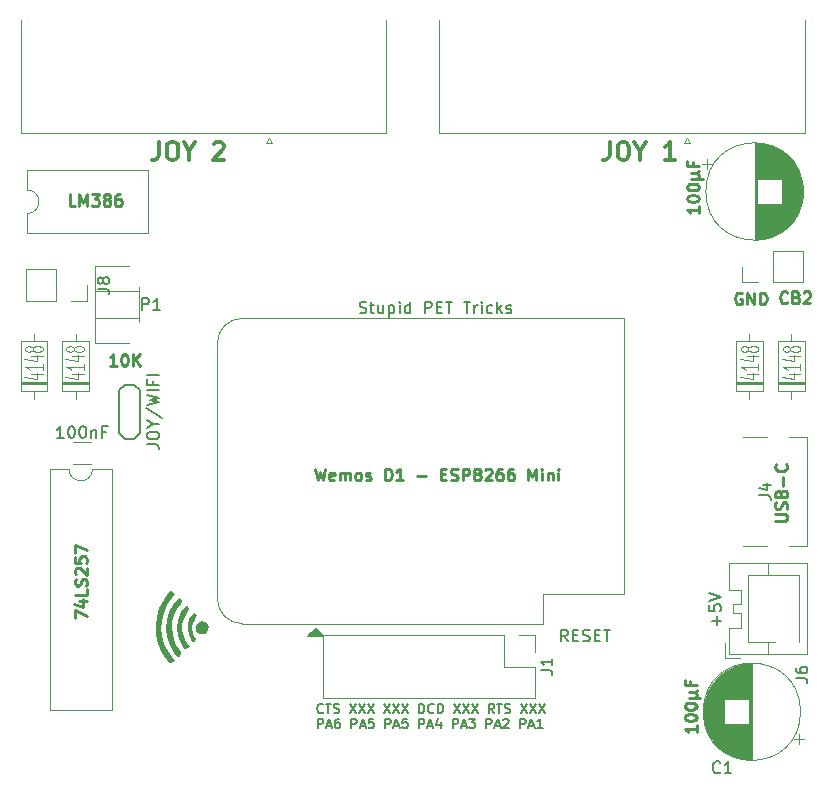
<source format=gbr>
%TF.GenerationSoftware,KiCad,Pcbnew,9.0.1*%
%TF.CreationDate,2025-07-07T10:51:42+02:00*%
%TF.ProjectId,pet_joymate,7065745f-6a6f-4796-9d61-74652e6b6963,rev?*%
%TF.SameCoordinates,Original*%
%TF.FileFunction,Legend,Top*%
%TF.FilePolarity,Positive*%
%FSLAX46Y46*%
G04 Gerber Fmt 4.6, Leading zero omitted, Abs format (unit mm)*
G04 Created by KiCad (PCBNEW 9.0.1) date 2025-07-07 10:51:42*
%MOMM*%
%LPD*%
G01*
G04 APERTURE LIST*
%ADD10C,0.250000*%
%ADD11C,0.300000*%
%ADD12C,0.125000*%
%ADD13C,0.150000*%
%ADD14C,0.200000*%
%ADD15C,0.187500*%
%ADD16C,0.120000*%
%ADD17C,0.000000*%
G04 APERTURE END LIST*
D10*
X132964619Y-106997431D02*
X133774142Y-106997431D01*
X133774142Y-106997431D02*
X133869380Y-106949812D01*
X133869380Y-106949812D02*
X133917000Y-106902193D01*
X133917000Y-106902193D02*
X133964619Y-106806955D01*
X133964619Y-106806955D02*
X133964619Y-106616479D01*
X133964619Y-106616479D02*
X133917000Y-106521241D01*
X133917000Y-106521241D02*
X133869380Y-106473622D01*
X133869380Y-106473622D02*
X133774142Y-106426003D01*
X133774142Y-106426003D02*
X132964619Y-106426003D01*
X133917000Y-105997431D02*
X133964619Y-105854574D01*
X133964619Y-105854574D02*
X133964619Y-105616479D01*
X133964619Y-105616479D02*
X133917000Y-105521241D01*
X133917000Y-105521241D02*
X133869380Y-105473622D01*
X133869380Y-105473622D02*
X133774142Y-105426003D01*
X133774142Y-105426003D02*
X133678904Y-105426003D01*
X133678904Y-105426003D02*
X133583666Y-105473622D01*
X133583666Y-105473622D02*
X133536047Y-105521241D01*
X133536047Y-105521241D02*
X133488428Y-105616479D01*
X133488428Y-105616479D02*
X133440809Y-105806955D01*
X133440809Y-105806955D02*
X133393190Y-105902193D01*
X133393190Y-105902193D02*
X133345571Y-105949812D01*
X133345571Y-105949812D02*
X133250333Y-105997431D01*
X133250333Y-105997431D02*
X133155095Y-105997431D01*
X133155095Y-105997431D02*
X133059857Y-105949812D01*
X133059857Y-105949812D02*
X133012238Y-105902193D01*
X133012238Y-105902193D02*
X132964619Y-105806955D01*
X132964619Y-105806955D02*
X132964619Y-105568860D01*
X132964619Y-105568860D02*
X133012238Y-105426003D01*
X133440809Y-104664098D02*
X133488428Y-104521241D01*
X133488428Y-104521241D02*
X133536047Y-104473622D01*
X133536047Y-104473622D02*
X133631285Y-104426003D01*
X133631285Y-104426003D02*
X133774142Y-104426003D01*
X133774142Y-104426003D02*
X133869380Y-104473622D01*
X133869380Y-104473622D02*
X133917000Y-104521241D01*
X133917000Y-104521241D02*
X133964619Y-104616479D01*
X133964619Y-104616479D02*
X133964619Y-104997431D01*
X133964619Y-104997431D02*
X132964619Y-104997431D01*
X132964619Y-104997431D02*
X132964619Y-104664098D01*
X132964619Y-104664098D02*
X133012238Y-104568860D01*
X133012238Y-104568860D02*
X133059857Y-104521241D01*
X133059857Y-104521241D02*
X133155095Y-104473622D01*
X133155095Y-104473622D02*
X133250333Y-104473622D01*
X133250333Y-104473622D02*
X133345571Y-104521241D01*
X133345571Y-104521241D02*
X133393190Y-104568860D01*
X133393190Y-104568860D02*
X133440809Y-104664098D01*
X133440809Y-104664098D02*
X133440809Y-104997431D01*
X133583666Y-103997431D02*
X133583666Y-103235527D01*
X133869380Y-102187908D02*
X133917000Y-102235527D01*
X133917000Y-102235527D02*
X133964619Y-102378384D01*
X133964619Y-102378384D02*
X133964619Y-102473622D01*
X133964619Y-102473622D02*
X133917000Y-102616479D01*
X133917000Y-102616479D02*
X133821761Y-102711717D01*
X133821761Y-102711717D02*
X133726523Y-102759336D01*
X133726523Y-102759336D02*
X133536047Y-102806955D01*
X133536047Y-102806955D02*
X133393190Y-102806955D01*
X133393190Y-102806955D02*
X133202714Y-102759336D01*
X133202714Y-102759336D02*
X133107476Y-102711717D01*
X133107476Y-102711717D02*
X133012238Y-102616479D01*
X133012238Y-102616479D02*
X132964619Y-102473622D01*
X132964619Y-102473622D02*
X132964619Y-102378384D01*
X132964619Y-102378384D02*
X133012238Y-102235527D01*
X133012238Y-102235527D02*
X133059857Y-102187908D01*
D11*
X80783082Y-74900828D02*
X80783082Y-75972257D01*
X80783082Y-75972257D02*
X80711653Y-76186542D01*
X80711653Y-76186542D02*
X80568796Y-76329400D01*
X80568796Y-76329400D02*
X80354510Y-76400828D01*
X80354510Y-76400828D02*
X80211653Y-76400828D01*
X81783082Y-74900828D02*
X82068796Y-74900828D01*
X82068796Y-74900828D02*
X82211653Y-74972257D01*
X82211653Y-74972257D02*
X82354510Y-75115114D01*
X82354510Y-75115114D02*
X82425939Y-75400828D01*
X82425939Y-75400828D02*
X82425939Y-75900828D01*
X82425939Y-75900828D02*
X82354510Y-76186542D01*
X82354510Y-76186542D02*
X82211653Y-76329400D01*
X82211653Y-76329400D02*
X82068796Y-76400828D01*
X82068796Y-76400828D02*
X81783082Y-76400828D01*
X81783082Y-76400828D02*
X81640225Y-76329400D01*
X81640225Y-76329400D02*
X81497367Y-76186542D01*
X81497367Y-76186542D02*
X81425939Y-75900828D01*
X81425939Y-75900828D02*
X81425939Y-75400828D01*
X81425939Y-75400828D02*
X81497367Y-75115114D01*
X81497367Y-75115114D02*
X81640225Y-74972257D01*
X81640225Y-74972257D02*
X81783082Y-74900828D01*
X83354511Y-75686542D02*
X83354511Y-76400828D01*
X82854511Y-74900828D02*
X83354511Y-75686542D01*
X83354511Y-75686542D02*
X83854511Y-74900828D01*
X85425939Y-75043685D02*
X85497367Y-74972257D01*
X85497367Y-74972257D02*
X85640225Y-74900828D01*
X85640225Y-74900828D02*
X85997367Y-74900828D01*
X85997367Y-74900828D02*
X86140225Y-74972257D01*
X86140225Y-74972257D02*
X86211653Y-75043685D01*
X86211653Y-75043685D02*
X86283082Y-75186542D01*
X86283082Y-75186542D02*
X86283082Y-75329400D01*
X86283082Y-75329400D02*
X86211653Y-75543685D01*
X86211653Y-75543685D02*
X85354510Y-76400828D01*
X85354510Y-76400828D02*
X86283082Y-76400828D01*
X118958082Y-74925828D02*
X118958082Y-75997257D01*
X118958082Y-75997257D02*
X118886653Y-76211542D01*
X118886653Y-76211542D02*
X118743796Y-76354400D01*
X118743796Y-76354400D02*
X118529510Y-76425828D01*
X118529510Y-76425828D02*
X118386653Y-76425828D01*
X119958082Y-74925828D02*
X120243796Y-74925828D01*
X120243796Y-74925828D02*
X120386653Y-74997257D01*
X120386653Y-74997257D02*
X120529510Y-75140114D01*
X120529510Y-75140114D02*
X120600939Y-75425828D01*
X120600939Y-75425828D02*
X120600939Y-75925828D01*
X120600939Y-75925828D02*
X120529510Y-76211542D01*
X120529510Y-76211542D02*
X120386653Y-76354400D01*
X120386653Y-76354400D02*
X120243796Y-76425828D01*
X120243796Y-76425828D02*
X119958082Y-76425828D01*
X119958082Y-76425828D02*
X119815225Y-76354400D01*
X119815225Y-76354400D02*
X119672367Y-76211542D01*
X119672367Y-76211542D02*
X119600939Y-75925828D01*
X119600939Y-75925828D02*
X119600939Y-75425828D01*
X119600939Y-75425828D02*
X119672367Y-75140114D01*
X119672367Y-75140114D02*
X119815225Y-74997257D01*
X119815225Y-74997257D02*
X119958082Y-74925828D01*
X121529511Y-75711542D02*
X121529511Y-76425828D01*
X121029511Y-74925828D02*
X121529511Y-75711542D01*
X121529511Y-75711542D02*
X122029511Y-74925828D01*
X124458082Y-76425828D02*
X123600939Y-76425828D01*
X124029510Y-76425828D02*
X124029510Y-74925828D01*
X124029510Y-74925828D02*
X123886653Y-75140114D01*
X123886653Y-75140114D02*
X123743796Y-75282971D01*
X123743796Y-75282971D02*
X123600939Y-75354400D01*
D10*
X126289619Y-124298622D02*
X126289619Y-124870050D01*
X126289619Y-124584336D02*
X125289619Y-124584336D01*
X125289619Y-124584336D02*
X125432476Y-124679574D01*
X125432476Y-124679574D02*
X125527714Y-124774812D01*
X125527714Y-124774812D02*
X125575333Y-124870050D01*
X125289619Y-123679574D02*
X125289619Y-123584336D01*
X125289619Y-123584336D02*
X125337238Y-123489098D01*
X125337238Y-123489098D02*
X125384857Y-123441479D01*
X125384857Y-123441479D02*
X125480095Y-123393860D01*
X125480095Y-123393860D02*
X125670571Y-123346241D01*
X125670571Y-123346241D02*
X125908666Y-123346241D01*
X125908666Y-123346241D02*
X126099142Y-123393860D01*
X126099142Y-123393860D02*
X126194380Y-123441479D01*
X126194380Y-123441479D02*
X126242000Y-123489098D01*
X126242000Y-123489098D02*
X126289619Y-123584336D01*
X126289619Y-123584336D02*
X126289619Y-123679574D01*
X126289619Y-123679574D02*
X126242000Y-123774812D01*
X126242000Y-123774812D02*
X126194380Y-123822431D01*
X126194380Y-123822431D02*
X126099142Y-123870050D01*
X126099142Y-123870050D02*
X125908666Y-123917669D01*
X125908666Y-123917669D02*
X125670571Y-123917669D01*
X125670571Y-123917669D02*
X125480095Y-123870050D01*
X125480095Y-123870050D02*
X125384857Y-123822431D01*
X125384857Y-123822431D02*
X125337238Y-123774812D01*
X125337238Y-123774812D02*
X125289619Y-123679574D01*
X125289619Y-122727193D02*
X125289619Y-122631955D01*
X125289619Y-122631955D02*
X125337238Y-122536717D01*
X125337238Y-122536717D02*
X125384857Y-122489098D01*
X125384857Y-122489098D02*
X125480095Y-122441479D01*
X125480095Y-122441479D02*
X125670571Y-122393860D01*
X125670571Y-122393860D02*
X125908666Y-122393860D01*
X125908666Y-122393860D02*
X126099142Y-122441479D01*
X126099142Y-122441479D02*
X126194380Y-122489098D01*
X126194380Y-122489098D02*
X126242000Y-122536717D01*
X126242000Y-122536717D02*
X126289619Y-122631955D01*
X126289619Y-122631955D02*
X126289619Y-122727193D01*
X126289619Y-122727193D02*
X126242000Y-122822431D01*
X126242000Y-122822431D02*
X126194380Y-122870050D01*
X126194380Y-122870050D02*
X126099142Y-122917669D01*
X126099142Y-122917669D02*
X125908666Y-122965288D01*
X125908666Y-122965288D02*
X125670571Y-122965288D01*
X125670571Y-122965288D02*
X125480095Y-122917669D01*
X125480095Y-122917669D02*
X125384857Y-122870050D01*
X125384857Y-122870050D02*
X125337238Y-122822431D01*
X125337238Y-122822431D02*
X125289619Y-122727193D01*
X125622952Y-121965288D02*
X126622952Y-121965288D01*
X126146761Y-121489098D02*
X126242000Y-121441479D01*
X126242000Y-121441479D02*
X126289619Y-121346241D01*
X126146761Y-121965288D02*
X126242000Y-121917669D01*
X126242000Y-121917669D02*
X126289619Y-121822431D01*
X126289619Y-121822431D02*
X126289619Y-121631955D01*
X126289619Y-121631955D02*
X126242000Y-121536717D01*
X126242000Y-121536717D02*
X126146761Y-121489098D01*
X126146761Y-121489098D02*
X125622952Y-121489098D01*
X125765809Y-120584336D02*
X125765809Y-120917669D01*
X126289619Y-120917669D02*
X125289619Y-120917669D01*
X125289619Y-120917669D02*
X125289619Y-120441479D01*
X73703758Y-80339619D02*
X73227568Y-80339619D01*
X73227568Y-80339619D02*
X73227568Y-79339619D01*
X74037092Y-80339619D02*
X74037092Y-79339619D01*
X74037092Y-79339619D02*
X74370425Y-80053904D01*
X74370425Y-80053904D02*
X74703758Y-79339619D01*
X74703758Y-79339619D02*
X74703758Y-80339619D01*
X75084711Y-79339619D02*
X75703758Y-79339619D01*
X75703758Y-79339619D02*
X75370425Y-79720571D01*
X75370425Y-79720571D02*
X75513282Y-79720571D01*
X75513282Y-79720571D02*
X75608520Y-79768190D01*
X75608520Y-79768190D02*
X75656139Y-79815809D01*
X75656139Y-79815809D02*
X75703758Y-79911047D01*
X75703758Y-79911047D02*
X75703758Y-80149142D01*
X75703758Y-80149142D02*
X75656139Y-80244380D01*
X75656139Y-80244380D02*
X75608520Y-80292000D01*
X75608520Y-80292000D02*
X75513282Y-80339619D01*
X75513282Y-80339619D02*
X75227568Y-80339619D01*
X75227568Y-80339619D02*
X75132330Y-80292000D01*
X75132330Y-80292000D02*
X75084711Y-80244380D01*
X76275187Y-79768190D02*
X76179949Y-79720571D01*
X76179949Y-79720571D02*
X76132330Y-79672952D01*
X76132330Y-79672952D02*
X76084711Y-79577714D01*
X76084711Y-79577714D02*
X76084711Y-79530095D01*
X76084711Y-79530095D02*
X76132330Y-79434857D01*
X76132330Y-79434857D02*
X76179949Y-79387238D01*
X76179949Y-79387238D02*
X76275187Y-79339619D01*
X76275187Y-79339619D02*
X76465663Y-79339619D01*
X76465663Y-79339619D02*
X76560901Y-79387238D01*
X76560901Y-79387238D02*
X76608520Y-79434857D01*
X76608520Y-79434857D02*
X76656139Y-79530095D01*
X76656139Y-79530095D02*
X76656139Y-79577714D01*
X76656139Y-79577714D02*
X76608520Y-79672952D01*
X76608520Y-79672952D02*
X76560901Y-79720571D01*
X76560901Y-79720571D02*
X76465663Y-79768190D01*
X76465663Y-79768190D02*
X76275187Y-79768190D01*
X76275187Y-79768190D02*
X76179949Y-79815809D01*
X76179949Y-79815809D02*
X76132330Y-79863428D01*
X76132330Y-79863428D02*
X76084711Y-79958666D01*
X76084711Y-79958666D02*
X76084711Y-80149142D01*
X76084711Y-80149142D02*
X76132330Y-80244380D01*
X76132330Y-80244380D02*
X76179949Y-80292000D01*
X76179949Y-80292000D02*
X76275187Y-80339619D01*
X76275187Y-80339619D02*
X76465663Y-80339619D01*
X76465663Y-80339619D02*
X76560901Y-80292000D01*
X76560901Y-80292000D02*
X76608520Y-80244380D01*
X76608520Y-80244380D02*
X76656139Y-80149142D01*
X76656139Y-80149142D02*
X76656139Y-79958666D01*
X76656139Y-79958666D02*
X76608520Y-79863428D01*
X76608520Y-79863428D02*
X76560901Y-79815809D01*
X76560901Y-79815809D02*
X76465663Y-79768190D01*
X77513282Y-79339619D02*
X77322806Y-79339619D01*
X77322806Y-79339619D02*
X77227568Y-79387238D01*
X77227568Y-79387238D02*
X77179949Y-79434857D01*
X77179949Y-79434857D02*
X77084711Y-79577714D01*
X77084711Y-79577714D02*
X77037092Y-79768190D01*
X77037092Y-79768190D02*
X77037092Y-80149142D01*
X77037092Y-80149142D02*
X77084711Y-80244380D01*
X77084711Y-80244380D02*
X77132330Y-80292000D01*
X77132330Y-80292000D02*
X77227568Y-80339619D01*
X77227568Y-80339619D02*
X77418044Y-80339619D01*
X77418044Y-80339619D02*
X77513282Y-80292000D01*
X77513282Y-80292000D02*
X77560901Y-80244380D01*
X77560901Y-80244380D02*
X77608520Y-80149142D01*
X77608520Y-80149142D02*
X77608520Y-79911047D01*
X77608520Y-79911047D02*
X77560901Y-79815809D01*
X77560901Y-79815809D02*
X77513282Y-79768190D01*
X77513282Y-79768190D02*
X77418044Y-79720571D01*
X77418044Y-79720571D02*
X77227568Y-79720571D01*
X77227568Y-79720571D02*
X77132330Y-79768190D01*
X77132330Y-79768190D02*
X77084711Y-79815809D01*
X77084711Y-79815809D02*
X77037092Y-79911047D01*
D12*
X73434928Y-94584430D02*
X74434928Y-94584430D01*
X72863500Y-94774906D02*
X73934928Y-94965383D01*
X73934928Y-94965383D02*
X73934928Y-94470144D01*
X74434928Y-93746335D02*
X74434928Y-94203478D01*
X74434928Y-93974906D02*
X72934928Y-93974906D01*
X72934928Y-93974906D02*
X73149214Y-94051097D01*
X73149214Y-94051097D02*
X73292071Y-94127287D01*
X73292071Y-94127287D02*
X73363500Y-94203478D01*
X73434928Y-93060620D02*
X74434928Y-93060620D01*
X72863500Y-93251096D02*
X73934928Y-93441573D01*
X73934928Y-93441573D02*
X73934928Y-92946334D01*
X73577785Y-92527287D02*
X73506357Y-92603477D01*
X73506357Y-92603477D02*
X73434928Y-92641572D01*
X73434928Y-92641572D02*
X73292071Y-92679668D01*
X73292071Y-92679668D02*
X73220642Y-92679668D01*
X73220642Y-92679668D02*
X73077785Y-92641572D01*
X73077785Y-92641572D02*
X73006357Y-92603477D01*
X73006357Y-92603477D02*
X72934928Y-92527287D01*
X72934928Y-92527287D02*
X72934928Y-92374906D01*
X72934928Y-92374906D02*
X73006357Y-92298715D01*
X73006357Y-92298715D02*
X73077785Y-92260620D01*
X73077785Y-92260620D02*
X73220642Y-92222525D01*
X73220642Y-92222525D02*
X73292071Y-92222525D01*
X73292071Y-92222525D02*
X73434928Y-92260620D01*
X73434928Y-92260620D02*
X73506357Y-92298715D01*
X73506357Y-92298715D02*
X73577785Y-92374906D01*
X73577785Y-92374906D02*
X73577785Y-92527287D01*
X73577785Y-92527287D02*
X73649214Y-92603477D01*
X73649214Y-92603477D02*
X73720642Y-92641572D01*
X73720642Y-92641572D02*
X73863500Y-92679668D01*
X73863500Y-92679668D02*
X74149214Y-92679668D01*
X74149214Y-92679668D02*
X74292071Y-92641572D01*
X74292071Y-92641572D02*
X74363500Y-92603477D01*
X74363500Y-92603477D02*
X74434928Y-92527287D01*
X74434928Y-92527287D02*
X74434928Y-92374906D01*
X74434928Y-92374906D02*
X74363500Y-92298715D01*
X74363500Y-92298715D02*
X74292071Y-92260620D01*
X74292071Y-92260620D02*
X74149214Y-92222525D01*
X74149214Y-92222525D02*
X73863500Y-92222525D01*
X73863500Y-92222525D02*
X73720642Y-92260620D01*
X73720642Y-92260620D02*
X73649214Y-92298715D01*
X73649214Y-92298715D02*
X73577785Y-92374906D01*
D10*
X94007330Y-102564619D02*
X94245425Y-103564619D01*
X94245425Y-103564619D02*
X94435901Y-102850333D01*
X94435901Y-102850333D02*
X94626377Y-103564619D01*
X94626377Y-103564619D02*
X94864473Y-102564619D01*
X95626377Y-103517000D02*
X95531139Y-103564619D01*
X95531139Y-103564619D02*
X95340663Y-103564619D01*
X95340663Y-103564619D02*
X95245425Y-103517000D01*
X95245425Y-103517000D02*
X95197806Y-103421761D01*
X95197806Y-103421761D02*
X95197806Y-103040809D01*
X95197806Y-103040809D02*
X95245425Y-102945571D01*
X95245425Y-102945571D02*
X95340663Y-102897952D01*
X95340663Y-102897952D02*
X95531139Y-102897952D01*
X95531139Y-102897952D02*
X95626377Y-102945571D01*
X95626377Y-102945571D02*
X95673996Y-103040809D01*
X95673996Y-103040809D02*
X95673996Y-103136047D01*
X95673996Y-103136047D02*
X95197806Y-103231285D01*
X96102568Y-103564619D02*
X96102568Y-102897952D01*
X96102568Y-102993190D02*
X96150187Y-102945571D01*
X96150187Y-102945571D02*
X96245425Y-102897952D01*
X96245425Y-102897952D02*
X96388282Y-102897952D01*
X96388282Y-102897952D02*
X96483520Y-102945571D01*
X96483520Y-102945571D02*
X96531139Y-103040809D01*
X96531139Y-103040809D02*
X96531139Y-103564619D01*
X96531139Y-103040809D02*
X96578758Y-102945571D01*
X96578758Y-102945571D02*
X96673996Y-102897952D01*
X96673996Y-102897952D02*
X96816853Y-102897952D01*
X96816853Y-102897952D02*
X96912092Y-102945571D01*
X96912092Y-102945571D02*
X96959711Y-103040809D01*
X96959711Y-103040809D02*
X96959711Y-103564619D01*
X97578758Y-103564619D02*
X97483520Y-103517000D01*
X97483520Y-103517000D02*
X97435901Y-103469380D01*
X97435901Y-103469380D02*
X97388282Y-103374142D01*
X97388282Y-103374142D02*
X97388282Y-103088428D01*
X97388282Y-103088428D02*
X97435901Y-102993190D01*
X97435901Y-102993190D02*
X97483520Y-102945571D01*
X97483520Y-102945571D02*
X97578758Y-102897952D01*
X97578758Y-102897952D02*
X97721615Y-102897952D01*
X97721615Y-102897952D02*
X97816853Y-102945571D01*
X97816853Y-102945571D02*
X97864472Y-102993190D01*
X97864472Y-102993190D02*
X97912091Y-103088428D01*
X97912091Y-103088428D02*
X97912091Y-103374142D01*
X97912091Y-103374142D02*
X97864472Y-103469380D01*
X97864472Y-103469380D02*
X97816853Y-103517000D01*
X97816853Y-103517000D02*
X97721615Y-103564619D01*
X97721615Y-103564619D02*
X97578758Y-103564619D01*
X98293044Y-103517000D02*
X98388282Y-103564619D01*
X98388282Y-103564619D02*
X98578758Y-103564619D01*
X98578758Y-103564619D02*
X98673996Y-103517000D01*
X98673996Y-103517000D02*
X98721615Y-103421761D01*
X98721615Y-103421761D02*
X98721615Y-103374142D01*
X98721615Y-103374142D02*
X98673996Y-103278904D01*
X98673996Y-103278904D02*
X98578758Y-103231285D01*
X98578758Y-103231285D02*
X98435901Y-103231285D01*
X98435901Y-103231285D02*
X98340663Y-103183666D01*
X98340663Y-103183666D02*
X98293044Y-103088428D01*
X98293044Y-103088428D02*
X98293044Y-103040809D01*
X98293044Y-103040809D02*
X98340663Y-102945571D01*
X98340663Y-102945571D02*
X98435901Y-102897952D01*
X98435901Y-102897952D02*
X98578758Y-102897952D01*
X98578758Y-102897952D02*
X98673996Y-102945571D01*
X99912092Y-103564619D02*
X99912092Y-102564619D01*
X99912092Y-102564619D02*
X100150187Y-102564619D01*
X100150187Y-102564619D02*
X100293044Y-102612238D01*
X100293044Y-102612238D02*
X100388282Y-102707476D01*
X100388282Y-102707476D02*
X100435901Y-102802714D01*
X100435901Y-102802714D02*
X100483520Y-102993190D01*
X100483520Y-102993190D02*
X100483520Y-103136047D01*
X100483520Y-103136047D02*
X100435901Y-103326523D01*
X100435901Y-103326523D02*
X100388282Y-103421761D01*
X100388282Y-103421761D02*
X100293044Y-103517000D01*
X100293044Y-103517000D02*
X100150187Y-103564619D01*
X100150187Y-103564619D02*
X99912092Y-103564619D01*
X101435901Y-103564619D02*
X100864473Y-103564619D01*
X101150187Y-103564619D02*
X101150187Y-102564619D01*
X101150187Y-102564619D02*
X101054949Y-102707476D01*
X101054949Y-102707476D02*
X100959711Y-102802714D01*
X100959711Y-102802714D02*
X100864473Y-102850333D01*
X102626378Y-103183666D02*
X103388283Y-103183666D01*
X104626378Y-103040809D02*
X104959711Y-103040809D01*
X105102568Y-103564619D02*
X104626378Y-103564619D01*
X104626378Y-103564619D02*
X104626378Y-102564619D01*
X104626378Y-102564619D02*
X105102568Y-102564619D01*
X105483521Y-103517000D02*
X105626378Y-103564619D01*
X105626378Y-103564619D02*
X105864473Y-103564619D01*
X105864473Y-103564619D02*
X105959711Y-103517000D01*
X105959711Y-103517000D02*
X106007330Y-103469380D01*
X106007330Y-103469380D02*
X106054949Y-103374142D01*
X106054949Y-103374142D02*
X106054949Y-103278904D01*
X106054949Y-103278904D02*
X106007330Y-103183666D01*
X106007330Y-103183666D02*
X105959711Y-103136047D01*
X105959711Y-103136047D02*
X105864473Y-103088428D01*
X105864473Y-103088428D02*
X105673997Y-103040809D01*
X105673997Y-103040809D02*
X105578759Y-102993190D01*
X105578759Y-102993190D02*
X105531140Y-102945571D01*
X105531140Y-102945571D02*
X105483521Y-102850333D01*
X105483521Y-102850333D02*
X105483521Y-102755095D01*
X105483521Y-102755095D02*
X105531140Y-102659857D01*
X105531140Y-102659857D02*
X105578759Y-102612238D01*
X105578759Y-102612238D02*
X105673997Y-102564619D01*
X105673997Y-102564619D02*
X105912092Y-102564619D01*
X105912092Y-102564619D02*
X106054949Y-102612238D01*
X106483521Y-103564619D02*
X106483521Y-102564619D01*
X106483521Y-102564619D02*
X106864473Y-102564619D01*
X106864473Y-102564619D02*
X106959711Y-102612238D01*
X106959711Y-102612238D02*
X107007330Y-102659857D01*
X107007330Y-102659857D02*
X107054949Y-102755095D01*
X107054949Y-102755095D02*
X107054949Y-102897952D01*
X107054949Y-102897952D02*
X107007330Y-102993190D01*
X107007330Y-102993190D02*
X106959711Y-103040809D01*
X106959711Y-103040809D02*
X106864473Y-103088428D01*
X106864473Y-103088428D02*
X106483521Y-103088428D01*
X107626378Y-102993190D02*
X107531140Y-102945571D01*
X107531140Y-102945571D02*
X107483521Y-102897952D01*
X107483521Y-102897952D02*
X107435902Y-102802714D01*
X107435902Y-102802714D02*
X107435902Y-102755095D01*
X107435902Y-102755095D02*
X107483521Y-102659857D01*
X107483521Y-102659857D02*
X107531140Y-102612238D01*
X107531140Y-102612238D02*
X107626378Y-102564619D01*
X107626378Y-102564619D02*
X107816854Y-102564619D01*
X107816854Y-102564619D02*
X107912092Y-102612238D01*
X107912092Y-102612238D02*
X107959711Y-102659857D01*
X107959711Y-102659857D02*
X108007330Y-102755095D01*
X108007330Y-102755095D02*
X108007330Y-102802714D01*
X108007330Y-102802714D02*
X107959711Y-102897952D01*
X107959711Y-102897952D02*
X107912092Y-102945571D01*
X107912092Y-102945571D02*
X107816854Y-102993190D01*
X107816854Y-102993190D02*
X107626378Y-102993190D01*
X107626378Y-102993190D02*
X107531140Y-103040809D01*
X107531140Y-103040809D02*
X107483521Y-103088428D01*
X107483521Y-103088428D02*
X107435902Y-103183666D01*
X107435902Y-103183666D02*
X107435902Y-103374142D01*
X107435902Y-103374142D02*
X107483521Y-103469380D01*
X107483521Y-103469380D02*
X107531140Y-103517000D01*
X107531140Y-103517000D02*
X107626378Y-103564619D01*
X107626378Y-103564619D02*
X107816854Y-103564619D01*
X107816854Y-103564619D02*
X107912092Y-103517000D01*
X107912092Y-103517000D02*
X107959711Y-103469380D01*
X107959711Y-103469380D02*
X108007330Y-103374142D01*
X108007330Y-103374142D02*
X108007330Y-103183666D01*
X108007330Y-103183666D02*
X107959711Y-103088428D01*
X107959711Y-103088428D02*
X107912092Y-103040809D01*
X107912092Y-103040809D02*
X107816854Y-102993190D01*
X108388283Y-102659857D02*
X108435902Y-102612238D01*
X108435902Y-102612238D02*
X108531140Y-102564619D01*
X108531140Y-102564619D02*
X108769235Y-102564619D01*
X108769235Y-102564619D02*
X108864473Y-102612238D01*
X108864473Y-102612238D02*
X108912092Y-102659857D01*
X108912092Y-102659857D02*
X108959711Y-102755095D01*
X108959711Y-102755095D02*
X108959711Y-102850333D01*
X108959711Y-102850333D02*
X108912092Y-102993190D01*
X108912092Y-102993190D02*
X108340664Y-103564619D01*
X108340664Y-103564619D02*
X108959711Y-103564619D01*
X109816854Y-102564619D02*
X109626378Y-102564619D01*
X109626378Y-102564619D02*
X109531140Y-102612238D01*
X109531140Y-102612238D02*
X109483521Y-102659857D01*
X109483521Y-102659857D02*
X109388283Y-102802714D01*
X109388283Y-102802714D02*
X109340664Y-102993190D01*
X109340664Y-102993190D02*
X109340664Y-103374142D01*
X109340664Y-103374142D02*
X109388283Y-103469380D01*
X109388283Y-103469380D02*
X109435902Y-103517000D01*
X109435902Y-103517000D02*
X109531140Y-103564619D01*
X109531140Y-103564619D02*
X109721616Y-103564619D01*
X109721616Y-103564619D02*
X109816854Y-103517000D01*
X109816854Y-103517000D02*
X109864473Y-103469380D01*
X109864473Y-103469380D02*
X109912092Y-103374142D01*
X109912092Y-103374142D02*
X109912092Y-103136047D01*
X109912092Y-103136047D02*
X109864473Y-103040809D01*
X109864473Y-103040809D02*
X109816854Y-102993190D01*
X109816854Y-102993190D02*
X109721616Y-102945571D01*
X109721616Y-102945571D02*
X109531140Y-102945571D01*
X109531140Y-102945571D02*
X109435902Y-102993190D01*
X109435902Y-102993190D02*
X109388283Y-103040809D01*
X109388283Y-103040809D02*
X109340664Y-103136047D01*
X110769235Y-102564619D02*
X110578759Y-102564619D01*
X110578759Y-102564619D02*
X110483521Y-102612238D01*
X110483521Y-102612238D02*
X110435902Y-102659857D01*
X110435902Y-102659857D02*
X110340664Y-102802714D01*
X110340664Y-102802714D02*
X110293045Y-102993190D01*
X110293045Y-102993190D02*
X110293045Y-103374142D01*
X110293045Y-103374142D02*
X110340664Y-103469380D01*
X110340664Y-103469380D02*
X110388283Y-103517000D01*
X110388283Y-103517000D02*
X110483521Y-103564619D01*
X110483521Y-103564619D02*
X110673997Y-103564619D01*
X110673997Y-103564619D02*
X110769235Y-103517000D01*
X110769235Y-103517000D02*
X110816854Y-103469380D01*
X110816854Y-103469380D02*
X110864473Y-103374142D01*
X110864473Y-103374142D02*
X110864473Y-103136047D01*
X110864473Y-103136047D02*
X110816854Y-103040809D01*
X110816854Y-103040809D02*
X110769235Y-102993190D01*
X110769235Y-102993190D02*
X110673997Y-102945571D01*
X110673997Y-102945571D02*
X110483521Y-102945571D01*
X110483521Y-102945571D02*
X110388283Y-102993190D01*
X110388283Y-102993190D02*
X110340664Y-103040809D01*
X110340664Y-103040809D02*
X110293045Y-103136047D01*
X112054950Y-103564619D02*
X112054950Y-102564619D01*
X112054950Y-102564619D02*
X112388283Y-103278904D01*
X112388283Y-103278904D02*
X112721616Y-102564619D01*
X112721616Y-102564619D02*
X112721616Y-103564619D01*
X113197807Y-103564619D02*
X113197807Y-102897952D01*
X113197807Y-102564619D02*
X113150188Y-102612238D01*
X113150188Y-102612238D02*
X113197807Y-102659857D01*
X113197807Y-102659857D02*
X113245426Y-102612238D01*
X113245426Y-102612238D02*
X113197807Y-102564619D01*
X113197807Y-102564619D02*
X113197807Y-102659857D01*
X113673997Y-102897952D02*
X113673997Y-103564619D01*
X113673997Y-102993190D02*
X113721616Y-102945571D01*
X113721616Y-102945571D02*
X113816854Y-102897952D01*
X113816854Y-102897952D02*
X113959711Y-102897952D01*
X113959711Y-102897952D02*
X114054949Y-102945571D01*
X114054949Y-102945571D02*
X114102568Y-103040809D01*
X114102568Y-103040809D02*
X114102568Y-103564619D01*
X114578759Y-103564619D02*
X114578759Y-102897952D01*
X114578759Y-102564619D02*
X114531140Y-102612238D01*
X114531140Y-102612238D02*
X114578759Y-102659857D01*
X114578759Y-102659857D02*
X114626378Y-102612238D01*
X114626378Y-102612238D02*
X114578759Y-102564619D01*
X114578759Y-102564619D02*
X114578759Y-102659857D01*
D13*
X94671303Y-123180149D02*
X94633207Y-123218245D01*
X94633207Y-123218245D02*
X94518922Y-123256340D01*
X94518922Y-123256340D02*
X94442731Y-123256340D01*
X94442731Y-123256340D02*
X94328445Y-123218245D01*
X94328445Y-123218245D02*
X94252255Y-123142054D01*
X94252255Y-123142054D02*
X94214160Y-123065864D01*
X94214160Y-123065864D02*
X94176064Y-122913483D01*
X94176064Y-122913483D02*
X94176064Y-122799197D01*
X94176064Y-122799197D02*
X94214160Y-122646816D01*
X94214160Y-122646816D02*
X94252255Y-122570625D01*
X94252255Y-122570625D02*
X94328445Y-122494435D01*
X94328445Y-122494435D02*
X94442731Y-122456340D01*
X94442731Y-122456340D02*
X94518922Y-122456340D01*
X94518922Y-122456340D02*
X94633207Y-122494435D01*
X94633207Y-122494435D02*
X94671303Y-122532530D01*
X94899874Y-122456340D02*
X95357017Y-122456340D01*
X95128445Y-123256340D02*
X95128445Y-122456340D01*
X95585588Y-123218245D02*
X95699874Y-123256340D01*
X95699874Y-123256340D02*
X95890350Y-123256340D01*
X95890350Y-123256340D02*
X95966541Y-123218245D01*
X95966541Y-123218245D02*
X96004636Y-123180149D01*
X96004636Y-123180149D02*
X96042731Y-123103959D01*
X96042731Y-123103959D02*
X96042731Y-123027768D01*
X96042731Y-123027768D02*
X96004636Y-122951578D01*
X96004636Y-122951578D02*
X95966541Y-122913483D01*
X95966541Y-122913483D02*
X95890350Y-122875387D01*
X95890350Y-122875387D02*
X95737969Y-122837292D01*
X95737969Y-122837292D02*
X95661779Y-122799197D01*
X95661779Y-122799197D02*
X95623684Y-122761102D01*
X95623684Y-122761102D02*
X95585588Y-122684911D01*
X95585588Y-122684911D02*
X95585588Y-122608721D01*
X95585588Y-122608721D02*
X95623684Y-122532530D01*
X95623684Y-122532530D02*
X95661779Y-122494435D01*
X95661779Y-122494435D02*
X95737969Y-122456340D01*
X95737969Y-122456340D02*
X95928446Y-122456340D01*
X95928446Y-122456340D02*
X96042731Y-122494435D01*
X96918922Y-122456340D02*
X97452256Y-123256340D01*
X97452256Y-122456340D02*
X96918922Y-123256340D01*
X97680827Y-122456340D02*
X98214161Y-123256340D01*
X98214161Y-122456340D02*
X97680827Y-123256340D01*
X98442732Y-122456340D02*
X98976066Y-123256340D01*
X98976066Y-122456340D02*
X98442732Y-123256340D01*
X99814161Y-122456340D02*
X100347495Y-123256340D01*
X100347495Y-122456340D02*
X99814161Y-123256340D01*
X100576066Y-122456340D02*
X101109400Y-123256340D01*
X101109400Y-122456340D02*
X100576066Y-123256340D01*
X101337971Y-122456340D02*
X101871305Y-123256340D01*
X101871305Y-122456340D02*
X101337971Y-123256340D01*
X102785591Y-123256340D02*
X102785591Y-122456340D01*
X102785591Y-122456340D02*
X102976067Y-122456340D01*
X102976067Y-122456340D02*
X103090353Y-122494435D01*
X103090353Y-122494435D02*
X103166543Y-122570625D01*
X103166543Y-122570625D02*
X103204638Y-122646816D01*
X103204638Y-122646816D02*
X103242734Y-122799197D01*
X103242734Y-122799197D02*
X103242734Y-122913483D01*
X103242734Y-122913483D02*
X103204638Y-123065864D01*
X103204638Y-123065864D02*
X103166543Y-123142054D01*
X103166543Y-123142054D02*
X103090353Y-123218245D01*
X103090353Y-123218245D02*
X102976067Y-123256340D01*
X102976067Y-123256340D02*
X102785591Y-123256340D01*
X104042734Y-123180149D02*
X104004638Y-123218245D01*
X104004638Y-123218245D02*
X103890353Y-123256340D01*
X103890353Y-123256340D02*
X103814162Y-123256340D01*
X103814162Y-123256340D02*
X103699876Y-123218245D01*
X103699876Y-123218245D02*
X103623686Y-123142054D01*
X103623686Y-123142054D02*
X103585591Y-123065864D01*
X103585591Y-123065864D02*
X103547495Y-122913483D01*
X103547495Y-122913483D02*
X103547495Y-122799197D01*
X103547495Y-122799197D02*
X103585591Y-122646816D01*
X103585591Y-122646816D02*
X103623686Y-122570625D01*
X103623686Y-122570625D02*
X103699876Y-122494435D01*
X103699876Y-122494435D02*
X103814162Y-122456340D01*
X103814162Y-122456340D02*
X103890353Y-122456340D01*
X103890353Y-122456340D02*
X104004638Y-122494435D01*
X104004638Y-122494435D02*
X104042734Y-122532530D01*
X104385591Y-123256340D02*
X104385591Y-122456340D01*
X104385591Y-122456340D02*
X104576067Y-122456340D01*
X104576067Y-122456340D02*
X104690353Y-122494435D01*
X104690353Y-122494435D02*
X104766543Y-122570625D01*
X104766543Y-122570625D02*
X104804638Y-122646816D01*
X104804638Y-122646816D02*
X104842734Y-122799197D01*
X104842734Y-122799197D02*
X104842734Y-122913483D01*
X104842734Y-122913483D02*
X104804638Y-123065864D01*
X104804638Y-123065864D02*
X104766543Y-123142054D01*
X104766543Y-123142054D02*
X104690353Y-123218245D01*
X104690353Y-123218245D02*
X104576067Y-123256340D01*
X104576067Y-123256340D02*
X104385591Y-123256340D01*
X105718924Y-122456340D02*
X106252258Y-123256340D01*
X106252258Y-122456340D02*
X105718924Y-123256340D01*
X106480829Y-122456340D02*
X107014163Y-123256340D01*
X107014163Y-122456340D02*
X106480829Y-123256340D01*
X107242734Y-122456340D02*
X107776068Y-123256340D01*
X107776068Y-122456340D02*
X107242734Y-123256340D01*
X109147497Y-123256340D02*
X108880830Y-122875387D01*
X108690354Y-123256340D02*
X108690354Y-122456340D01*
X108690354Y-122456340D02*
X108995116Y-122456340D01*
X108995116Y-122456340D02*
X109071306Y-122494435D01*
X109071306Y-122494435D02*
X109109401Y-122532530D01*
X109109401Y-122532530D02*
X109147497Y-122608721D01*
X109147497Y-122608721D02*
X109147497Y-122723006D01*
X109147497Y-122723006D02*
X109109401Y-122799197D01*
X109109401Y-122799197D02*
X109071306Y-122837292D01*
X109071306Y-122837292D02*
X108995116Y-122875387D01*
X108995116Y-122875387D02*
X108690354Y-122875387D01*
X109376068Y-122456340D02*
X109833211Y-122456340D01*
X109604639Y-123256340D02*
X109604639Y-122456340D01*
X110061782Y-123218245D02*
X110176068Y-123256340D01*
X110176068Y-123256340D02*
X110366544Y-123256340D01*
X110366544Y-123256340D02*
X110442735Y-123218245D01*
X110442735Y-123218245D02*
X110480830Y-123180149D01*
X110480830Y-123180149D02*
X110518925Y-123103959D01*
X110518925Y-123103959D02*
X110518925Y-123027768D01*
X110518925Y-123027768D02*
X110480830Y-122951578D01*
X110480830Y-122951578D02*
X110442735Y-122913483D01*
X110442735Y-122913483D02*
X110366544Y-122875387D01*
X110366544Y-122875387D02*
X110214163Y-122837292D01*
X110214163Y-122837292D02*
X110137973Y-122799197D01*
X110137973Y-122799197D02*
X110099878Y-122761102D01*
X110099878Y-122761102D02*
X110061782Y-122684911D01*
X110061782Y-122684911D02*
X110061782Y-122608721D01*
X110061782Y-122608721D02*
X110099878Y-122532530D01*
X110099878Y-122532530D02*
X110137973Y-122494435D01*
X110137973Y-122494435D02*
X110214163Y-122456340D01*
X110214163Y-122456340D02*
X110404640Y-122456340D01*
X110404640Y-122456340D02*
X110518925Y-122494435D01*
X111395116Y-122456340D02*
X111928450Y-123256340D01*
X111928450Y-122456340D02*
X111395116Y-123256340D01*
X112157021Y-122456340D02*
X112690355Y-123256340D01*
X112690355Y-122456340D02*
X112157021Y-123256340D01*
X112918926Y-122456340D02*
X113452260Y-123256340D01*
X113452260Y-122456340D02*
X112918926Y-123256340D01*
X94214160Y-124544295D02*
X94214160Y-123744295D01*
X94214160Y-123744295D02*
X94518922Y-123744295D01*
X94518922Y-123744295D02*
X94595112Y-123782390D01*
X94595112Y-123782390D02*
X94633207Y-123820485D01*
X94633207Y-123820485D02*
X94671303Y-123896676D01*
X94671303Y-123896676D02*
X94671303Y-124010961D01*
X94671303Y-124010961D02*
X94633207Y-124087152D01*
X94633207Y-124087152D02*
X94595112Y-124125247D01*
X94595112Y-124125247D02*
X94518922Y-124163342D01*
X94518922Y-124163342D02*
X94214160Y-124163342D01*
X94976064Y-124315723D02*
X95357017Y-124315723D01*
X94899874Y-124544295D02*
X95166541Y-123744295D01*
X95166541Y-123744295D02*
X95433207Y-124544295D01*
X96042731Y-123744295D02*
X95890350Y-123744295D01*
X95890350Y-123744295D02*
X95814159Y-123782390D01*
X95814159Y-123782390D02*
X95776064Y-123820485D01*
X95776064Y-123820485D02*
X95699874Y-123934771D01*
X95699874Y-123934771D02*
X95661778Y-124087152D01*
X95661778Y-124087152D02*
X95661778Y-124391914D01*
X95661778Y-124391914D02*
X95699874Y-124468104D01*
X95699874Y-124468104D02*
X95737969Y-124506200D01*
X95737969Y-124506200D02*
X95814159Y-124544295D01*
X95814159Y-124544295D02*
X95966540Y-124544295D01*
X95966540Y-124544295D02*
X96042731Y-124506200D01*
X96042731Y-124506200D02*
X96080826Y-124468104D01*
X96080826Y-124468104D02*
X96118921Y-124391914D01*
X96118921Y-124391914D02*
X96118921Y-124201438D01*
X96118921Y-124201438D02*
X96080826Y-124125247D01*
X96080826Y-124125247D02*
X96042731Y-124087152D01*
X96042731Y-124087152D02*
X95966540Y-124049057D01*
X95966540Y-124049057D02*
X95814159Y-124049057D01*
X95814159Y-124049057D02*
X95737969Y-124087152D01*
X95737969Y-124087152D02*
X95699874Y-124125247D01*
X95699874Y-124125247D02*
X95661778Y-124201438D01*
X97071303Y-124544295D02*
X97071303Y-123744295D01*
X97071303Y-123744295D02*
X97376065Y-123744295D01*
X97376065Y-123744295D02*
X97452255Y-123782390D01*
X97452255Y-123782390D02*
X97490350Y-123820485D01*
X97490350Y-123820485D02*
X97528446Y-123896676D01*
X97528446Y-123896676D02*
X97528446Y-124010961D01*
X97528446Y-124010961D02*
X97490350Y-124087152D01*
X97490350Y-124087152D02*
X97452255Y-124125247D01*
X97452255Y-124125247D02*
X97376065Y-124163342D01*
X97376065Y-124163342D02*
X97071303Y-124163342D01*
X97833207Y-124315723D02*
X98214160Y-124315723D01*
X97757017Y-124544295D02*
X98023684Y-123744295D01*
X98023684Y-123744295D02*
X98290350Y-124544295D01*
X98937969Y-123744295D02*
X98557017Y-123744295D01*
X98557017Y-123744295D02*
X98518921Y-124125247D01*
X98518921Y-124125247D02*
X98557017Y-124087152D01*
X98557017Y-124087152D02*
X98633207Y-124049057D01*
X98633207Y-124049057D02*
X98823683Y-124049057D01*
X98823683Y-124049057D02*
X98899874Y-124087152D01*
X98899874Y-124087152D02*
X98937969Y-124125247D01*
X98937969Y-124125247D02*
X98976064Y-124201438D01*
X98976064Y-124201438D02*
X98976064Y-124391914D01*
X98976064Y-124391914D02*
X98937969Y-124468104D01*
X98937969Y-124468104D02*
X98899874Y-124506200D01*
X98899874Y-124506200D02*
X98823683Y-124544295D01*
X98823683Y-124544295D02*
X98633207Y-124544295D01*
X98633207Y-124544295D02*
X98557017Y-124506200D01*
X98557017Y-124506200D02*
X98518921Y-124468104D01*
X99928446Y-124544295D02*
X99928446Y-123744295D01*
X99928446Y-123744295D02*
X100233208Y-123744295D01*
X100233208Y-123744295D02*
X100309398Y-123782390D01*
X100309398Y-123782390D02*
X100347493Y-123820485D01*
X100347493Y-123820485D02*
X100385589Y-123896676D01*
X100385589Y-123896676D02*
X100385589Y-124010961D01*
X100385589Y-124010961D02*
X100347493Y-124087152D01*
X100347493Y-124087152D02*
X100309398Y-124125247D01*
X100309398Y-124125247D02*
X100233208Y-124163342D01*
X100233208Y-124163342D02*
X99928446Y-124163342D01*
X100690350Y-124315723D02*
X101071303Y-124315723D01*
X100614160Y-124544295D02*
X100880827Y-123744295D01*
X100880827Y-123744295D02*
X101147493Y-124544295D01*
X101795112Y-123744295D02*
X101414160Y-123744295D01*
X101414160Y-123744295D02*
X101376064Y-124125247D01*
X101376064Y-124125247D02*
X101414160Y-124087152D01*
X101414160Y-124087152D02*
X101490350Y-124049057D01*
X101490350Y-124049057D02*
X101680826Y-124049057D01*
X101680826Y-124049057D02*
X101757017Y-124087152D01*
X101757017Y-124087152D02*
X101795112Y-124125247D01*
X101795112Y-124125247D02*
X101833207Y-124201438D01*
X101833207Y-124201438D02*
X101833207Y-124391914D01*
X101833207Y-124391914D02*
X101795112Y-124468104D01*
X101795112Y-124468104D02*
X101757017Y-124506200D01*
X101757017Y-124506200D02*
X101680826Y-124544295D01*
X101680826Y-124544295D02*
X101490350Y-124544295D01*
X101490350Y-124544295D02*
X101414160Y-124506200D01*
X101414160Y-124506200D02*
X101376064Y-124468104D01*
X102785589Y-124544295D02*
X102785589Y-123744295D01*
X102785589Y-123744295D02*
X103090351Y-123744295D01*
X103090351Y-123744295D02*
X103166541Y-123782390D01*
X103166541Y-123782390D02*
X103204636Y-123820485D01*
X103204636Y-123820485D02*
X103242732Y-123896676D01*
X103242732Y-123896676D02*
X103242732Y-124010961D01*
X103242732Y-124010961D02*
X103204636Y-124087152D01*
X103204636Y-124087152D02*
X103166541Y-124125247D01*
X103166541Y-124125247D02*
X103090351Y-124163342D01*
X103090351Y-124163342D02*
X102785589Y-124163342D01*
X103547493Y-124315723D02*
X103928446Y-124315723D01*
X103471303Y-124544295D02*
X103737970Y-123744295D01*
X103737970Y-123744295D02*
X104004636Y-124544295D01*
X104614160Y-124010961D02*
X104614160Y-124544295D01*
X104423684Y-123706200D02*
X104233207Y-124277628D01*
X104233207Y-124277628D02*
X104728446Y-124277628D01*
X105642732Y-124544295D02*
X105642732Y-123744295D01*
X105642732Y-123744295D02*
X105947494Y-123744295D01*
X105947494Y-123744295D02*
X106023684Y-123782390D01*
X106023684Y-123782390D02*
X106061779Y-123820485D01*
X106061779Y-123820485D02*
X106099875Y-123896676D01*
X106099875Y-123896676D02*
X106099875Y-124010961D01*
X106099875Y-124010961D02*
X106061779Y-124087152D01*
X106061779Y-124087152D02*
X106023684Y-124125247D01*
X106023684Y-124125247D02*
X105947494Y-124163342D01*
X105947494Y-124163342D02*
X105642732Y-124163342D01*
X106404636Y-124315723D02*
X106785589Y-124315723D01*
X106328446Y-124544295D02*
X106595113Y-123744295D01*
X106595113Y-123744295D02*
X106861779Y-124544295D01*
X107052255Y-123744295D02*
X107547493Y-123744295D01*
X107547493Y-123744295D02*
X107280827Y-124049057D01*
X107280827Y-124049057D02*
X107395112Y-124049057D01*
X107395112Y-124049057D02*
X107471303Y-124087152D01*
X107471303Y-124087152D02*
X107509398Y-124125247D01*
X107509398Y-124125247D02*
X107547493Y-124201438D01*
X107547493Y-124201438D02*
X107547493Y-124391914D01*
X107547493Y-124391914D02*
X107509398Y-124468104D01*
X107509398Y-124468104D02*
X107471303Y-124506200D01*
X107471303Y-124506200D02*
X107395112Y-124544295D01*
X107395112Y-124544295D02*
X107166541Y-124544295D01*
X107166541Y-124544295D02*
X107090350Y-124506200D01*
X107090350Y-124506200D02*
X107052255Y-124468104D01*
X108499875Y-124544295D02*
X108499875Y-123744295D01*
X108499875Y-123744295D02*
X108804637Y-123744295D01*
X108804637Y-123744295D02*
X108880827Y-123782390D01*
X108880827Y-123782390D02*
X108918922Y-123820485D01*
X108918922Y-123820485D02*
X108957018Y-123896676D01*
X108957018Y-123896676D02*
X108957018Y-124010961D01*
X108957018Y-124010961D02*
X108918922Y-124087152D01*
X108918922Y-124087152D02*
X108880827Y-124125247D01*
X108880827Y-124125247D02*
X108804637Y-124163342D01*
X108804637Y-124163342D02*
X108499875Y-124163342D01*
X109261779Y-124315723D02*
X109642732Y-124315723D01*
X109185589Y-124544295D02*
X109452256Y-123744295D01*
X109452256Y-123744295D02*
X109718922Y-124544295D01*
X109947493Y-123820485D02*
X109985589Y-123782390D01*
X109985589Y-123782390D02*
X110061779Y-123744295D01*
X110061779Y-123744295D02*
X110252255Y-123744295D01*
X110252255Y-123744295D02*
X110328446Y-123782390D01*
X110328446Y-123782390D02*
X110366541Y-123820485D01*
X110366541Y-123820485D02*
X110404636Y-123896676D01*
X110404636Y-123896676D02*
X110404636Y-123972866D01*
X110404636Y-123972866D02*
X110366541Y-124087152D01*
X110366541Y-124087152D02*
X109909398Y-124544295D01*
X109909398Y-124544295D02*
X110404636Y-124544295D01*
X111357018Y-124544295D02*
X111357018Y-123744295D01*
X111357018Y-123744295D02*
X111661780Y-123744295D01*
X111661780Y-123744295D02*
X111737970Y-123782390D01*
X111737970Y-123782390D02*
X111776065Y-123820485D01*
X111776065Y-123820485D02*
X111814161Y-123896676D01*
X111814161Y-123896676D02*
X111814161Y-124010961D01*
X111814161Y-124010961D02*
X111776065Y-124087152D01*
X111776065Y-124087152D02*
X111737970Y-124125247D01*
X111737970Y-124125247D02*
X111661780Y-124163342D01*
X111661780Y-124163342D02*
X111357018Y-124163342D01*
X112118922Y-124315723D02*
X112499875Y-124315723D01*
X112042732Y-124544295D02*
X112309399Y-123744295D01*
X112309399Y-123744295D02*
X112576065Y-124544295D01*
X113261779Y-124544295D02*
X112804636Y-124544295D01*
X113033208Y-124544295D02*
X113033208Y-123744295D01*
X113033208Y-123744295D02*
X112957017Y-123858580D01*
X112957017Y-123858580D02*
X112880827Y-123934771D01*
X112880827Y-123934771D02*
X112804636Y-123972866D01*
D12*
X134084928Y-94584430D02*
X135084928Y-94584430D01*
X133513500Y-94774906D02*
X134584928Y-94965383D01*
X134584928Y-94965383D02*
X134584928Y-94470144D01*
X135084928Y-93746335D02*
X135084928Y-94203478D01*
X135084928Y-93974906D02*
X133584928Y-93974906D01*
X133584928Y-93974906D02*
X133799214Y-94051097D01*
X133799214Y-94051097D02*
X133942071Y-94127287D01*
X133942071Y-94127287D02*
X134013500Y-94203478D01*
X134084928Y-93060620D02*
X135084928Y-93060620D01*
X133513500Y-93251096D02*
X134584928Y-93441573D01*
X134584928Y-93441573D02*
X134584928Y-92946334D01*
X134227785Y-92527287D02*
X134156357Y-92603477D01*
X134156357Y-92603477D02*
X134084928Y-92641572D01*
X134084928Y-92641572D02*
X133942071Y-92679668D01*
X133942071Y-92679668D02*
X133870642Y-92679668D01*
X133870642Y-92679668D02*
X133727785Y-92641572D01*
X133727785Y-92641572D02*
X133656357Y-92603477D01*
X133656357Y-92603477D02*
X133584928Y-92527287D01*
X133584928Y-92527287D02*
X133584928Y-92374906D01*
X133584928Y-92374906D02*
X133656357Y-92298715D01*
X133656357Y-92298715D02*
X133727785Y-92260620D01*
X133727785Y-92260620D02*
X133870642Y-92222525D01*
X133870642Y-92222525D02*
X133942071Y-92222525D01*
X133942071Y-92222525D02*
X134084928Y-92260620D01*
X134084928Y-92260620D02*
X134156357Y-92298715D01*
X134156357Y-92298715D02*
X134227785Y-92374906D01*
X134227785Y-92374906D02*
X134227785Y-92527287D01*
X134227785Y-92527287D02*
X134299214Y-92603477D01*
X134299214Y-92603477D02*
X134370642Y-92641572D01*
X134370642Y-92641572D02*
X134513500Y-92679668D01*
X134513500Y-92679668D02*
X134799214Y-92679668D01*
X134799214Y-92679668D02*
X134942071Y-92641572D01*
X134942071Y-92641572D02*
X135013500Y-92603477D01*
X135013500Y-92603477D02*
X135084928Y-92527287D01*
X135084928Y-92527287D02*
X135084928Y-92374906D01*
X135084928Y-92374906D02*
X135013500Y-92298715D01*
X135013500Y-92298715D02*
X134942071Y-92260620D01*
X134942071Y-92260620D02*
X134799214Y-92222525D01*
X134799214Y-92222525D02*
X134513500Y-92222525D01*
X134513500Y-92222525D02*
X134370642Y-92260620D01*
X134370642Y-92260620D02*
X134299214Y-92298715D01*
X134299214Y-92298715D02*
X134227785Y-92374906D01*
D10*
X126489619Y-80348622D02*
X126489619Y-80920050D01*
X126489619Y-80634336D02*
X125489619Y-80634336D01*
X125489619Y-80634336D02*
X125632476Y-80729574D01*
X125632476Y-80729574D02*
X125727714Y-80824812D01*
X125727714Y-80824812D02*
X125775333Y-80920050D01*
X125489619Y-79729574D02*
X125489619Y-79634336D01*
X125489619Y-79634336D02*
X125537238Y-79539098D01*
X125537238Y-79539098D02*
X125584857Y-79491479D01*
X125584857Y-79491479D02*
X125680095Y-79443860D01*
X125680095Y-79443860D02*
X125870571Y-79396241D01*
X125870571Y-79396241D02*
X126108666Y-79396241D01*
X126108666Y-79396241D02*
X126299142Y-79443860D01*
X126299142Y-79443860D02*
X126394380Y-79491479D01*
X126394380Y-79491479D02*
X126442000Y-79539098D01*
X126442000Y-79539098D02*
X126489619Y-79634336D01*
X126489619Y-79634336D02*
X126489619Y-79729574D01*
X126489619Y-79729574D02*
X126442000Y-79824812D01*
X126442000Y-79824812D02*
X126394380Y-79872431D01*
X126394380Y-79872431D02*
X126299142Y-79920050D01*
X126299142Y-79920050D02*
X126108666Y-79967669D01*
X126108666Y-79967669D02*
X125870571Y-79967669D01*
X125870571Y-79967669D02*
X125680095Y-79920050D01*
X125680095Y-79920050D02*
X125584857Y-79872431D01*
X125584857Y-79872431D02*
X125537238Y-79824812D01*
X125537238Y-79824812D02*
X125489619Y-79729574D01*
X125489619Y-78777193D02*
X125489619Y-78681955D01*
X125489619Y-78681955D02*
X125537238Y-78586717D01*
X125537238Y-78586717D02*
X125584857Y-78539098D01*
X125584857Y-78539098D02*
X125680095Y-78491479D01*
X125680095Y-78491479D02*
X125870571Y-78443860D01*
X125870571Y-78443860D02*
X126108666Y-78443860D01*
X126108666Y-78443860D02*
X126299142Y-78491479D01*
X126299142Y-78491479D02*
X126394380Y-78539098D01*
X126394380Y-78539098D02*
X126442000Y-78586717D01*
X126442000Y-78586717D02*
X126489619Y-78681955D01*
X126489619Y-78681955D02*
X126489619Y-78777193D01*
X126489619Y-78777193D02*
X126442000Y-78872431D01*
X126442000Y-78872431D02*
X126394380Y-78920050D01*
X126394380Y-78920050D02*
X126299142Y-78967669D01*
X126299142Y-78967669D02*
X126108666Y-79015288D01*
X126108666Y-79015288D02*
X125870571Y-79015288D01*
X125870571Y-79015288D02*
X125680095Y-78967669D01*
X125680095Y-78967669D02*
X125584857Y-78920050D01*
X125584857Y-78920050D02*
X125537238Y-78872431D01*
X125537238Y-78872431D02*
X125489619Y-78777193D01*
X125822952Y-78015288D02*
X126822952Y-78015288D01*
X126346761Y-77539098D02*
X126442000Y-77491479D01*
X126442000Y-77491479D02*
X126489619Y-77396241D01*
X126346761Y-78015288D02*
X126442000Y-77967669D01*
X126442000Y-77967669D02*
X126489619Y-77872431D01*
X126489619Y-77872431D02*
X126489619Y-77681955D01*
X126489619Y-77681955D02*
X126442000Y-77586717D01*
X126442000Y-77586717D02*
X126346761Y-77539098D01*
X126346761Y-77539098D02*
X125822952Y-77539098D01*
X125965809Y-76634336D02*
X125965809Y-76967669D01*
X126489619Y-76967669D02*
X125489619Y-76967669D01*
X125489619Y-76967669D02*
X125489619Y-76491479D01*
X133973996Y-88469380D02*
X133926377Y-88517000D01*
X133926377Y-88517000D02*
X133783520Y-88564619D01*
X133783520Y-88564619D02*
X133688282Y-88564619D01*
X133688282Y-88564619D02*
X133545425Y-88517000D01*
X133545425Y-88517000D02*
X133450187Y-88421761D01*
X133450187Y-88421761D02*
X133402568Y-88326523D01*
X133402568Y-88326523D02*
X133354949Y-88136047D01*
X133354949Y-88136047D02*
X133354949Y-87993190D01*
X133354949Y-87993190D02*
X133402568Y-87802714D01*
X133402568Y-87802714D02*
X133450187Y-87707476D01*
X133450187Y-87707476D02*
X133545425Y-87612238D01*
X133545425Y-87612238D02*
X133688282Y-87564619D01*
X133688282Y-87564619D02*
X133783520Y-87564619D01*
X133783520Y-87564619D02*
X133926377Y-87612238D01*
X133926377Y-87612238D02*
X133973996Y-87659857D01*
X134735901Y-88040809D02*
X134878758Y-88088428D01*
X134878758Y-88088428D02*
X134926377Y-88136047D01*
X134926377Y-88136047D02*
X134973996Y-88231285D01*
X134973996Y-88231285D02*
X134973996Y-88374142D01*
X134973996Y-88374142D02*
X134926377Y-88469380D01*
X134926377Y-88469380D02*
X134878758Y-88517000D01*
X134878758Y-88517000D02*
X134783520Y-88564619D01*
X134783520Y-88564619D02*
X134402568Y-88564619D01*
X134402568Y-88564619D02*
X134402568Y-87564619D01*
X134402568Y-87564619D02*
X134735901Y-87564619D01*
X134735901Y-87564619D02*
X134831139Y-87612238D01*
X134831139Y-87612238D02*
X134878758Y-87659857D01*
X134878758Y-87659857D02*
X134926377Y-87755095D01*
X134926377Y-87755095D02*
X134926377Y-87850333D01*
X134926377Y-87850333D02*
X134878758Y-87945571D01*
X134878758Y-87945571D02*
X134831139Y-87993190D01*
X134831139Y-87993190D02*
X134735901Y-88040809D01*
X134735901Y-88040809D02*
X134402568Y-88040809D01*
X135354949Y-87659857D02*
X135402568Y-87612238D01*
X135402568Y-87612238D02*
X135497806Y-87564619D01*
X135497806Y-87564619D02*
X135735901Y-87564619D01*
X135735901Y-87564619D02*
X135831139Y-87612238D01*
X135831139Y-87612238D02*
X135878758Y-87659857D01*
X135878758Y-87659857D02*
X135926377Y-87755095D01*
X135926377Y-87755095D02*
X135926377Y-87850333D01*
X135926377Y-87850333D02*
X135878758Y-87993190D01*
X135878758Y-87993190D02*
X135307330Y-88564619D01*
X135307330Y-88564619D02*
X135926377Y-88564619D01*
D14*
X79767219Y-100519612D02*
X80481504Y-100519612D01*
X80481504Y-100519612D02*
X80624361Y-100567231D01*
X80624361Y-100567231D02*
X80719600Y-100662469D01*
X80719600Y-100662469D02*
X80767219Y-100805326D01*
X80767219Y-100805326D02*
X80767219Y-100900564D01*
X79767219Y-99852945D02*
X79767219Y-99662469D01*
X79767219Y-99662469D02*
X79814838Y-99567231D01*
X79814838Y-99567231D02*
X79910076Y-99471993D01*
X79910076Y-99471993D02*
X80100552Y-99424374D01*
X80100552Y-99424374D02*
X80433885Y-99424374D01*
X80433885Y-99424374D02*
X80624361Y-99471993D01*
X80624361Y-99471993D02*
X80719600Y-99567231D01*
X80719600Y-99567231D02*
X80767219Y-99662469D01*
X80767219Y-99662469D02*
X80767219Y-99852945D01*
X80767219Y-99852945D02*
X80719600Y-99948183D01*
X80719600Y-99948183D02*
X80624361Y-100043421D01*
X80624361Y-100043421D02*
X80433885Y-100091040D01*
X80433885Y-100091040D02*
X80100552Y-100091040D01*
X80100552Y-100091040D02*
X79910076Y-100043421D01*
X79910076Y-100043421D02*
X79814838Y-99948183D01*
X79814838Y-99948183D02*
X79767219Y-99852945D01*
X80291028Y-98805326D02*
X80767219Y-98805326D01*
X79767219Y-99138659D02*
X80291028Y-98805326D01*
X80291028Y-98805326D02*
X79767219Y-98471993D01*
X79719600Y-97424374D02*
X81005314Y-98281516D01*
X79767219Y-97186278D02*
X80767219Y-96948183D01*
X80767219Y-96948183D02*
X80052933Y-96757707D01*
X80052933Y-96757707D02*
X80767219Y-96567231D01*
X80767219Y-96567231D02*
X79767219Y-96329136D01*
X80767219Y-95948183D02*
X79767219Y-95948183D01*
X80243409Y-95138660D02*
X80243409Y-95471993D01*
X80767219Y-95471993D02*
X79767219Y-95471993D01*
X79767219Y-95471993D02*
X79767219Y-94995803D01*
X80767219Y-94614850D02*
X79767219Y-94614850D01*
D10*
X77201377Y-93864619D02*
X76629949Y-93864619D01*
X76915663Y-93864619D02*
X76915663Y-92864619D01*
X76915663Y-92864619D02*
X76820425Y-93007476D01*
X76820425Y-93007476D02*
X76725187Y-93102714D01*
X76725187Y-93102714D02*
X76629949Y-93150333D01*
X77820425Y-92864619D02*
X77915663Y-92864619D01*
X77915663Y-92864619D02*
X78010901Y-92912238D01*
X78010901Y-92912238D02*
X78058520Y-92959857D01*
X78058520Y-92959857D02*
X78106139Y-93055095D01*
X78106139Y-93055095D02*
X78153758Y-93245571D01*
X78153758Y-93245571D02*
X78153758Y-93483666D01*
X78153758Y-93483666D02*
X78106139Y-93674142D01*
X78106139Y-93674142D02*
X78058520Y-93769380D01*
X78058520Y-93769380D02*
X78010901Y-93817000D01*
X78010901Y-93817000D02*
X77915663Y-93864619D01*
X77915663Y-93864619D02*
X77820425Y-93864619D01*
X77820425Y-93864619D02*
X77725187Y-93817000D01*
X77725187Y-93817000D02*
X77677568Y-93769380D01*
X77677568Y-93769380D02*
X77629949Y-93674142D01*
X77629949Y-93674142D02*
X77582330Y-93483666D01*
X77582330Y-93483666D02*
X77582330Y-93245571D01*
X77582330Y-93245571D02*
X77629949Y-93055095D01*
X77629949Y-93055095D02*
X77677568Y-92959857D01*
X77677568Y-92959857D02*
X77725187Y-92912238D01*
X77725187Y-92912238D02*
X77820425Y-92864619D01*
X78582330Y-93864619D02*
X78582330Y-92864619D01*
X79153758Y-93864619D02*
X78725187Y-93293190D01*
X79153758Y-92864619D02*
X78582330Y-93436047D01*
D13*
X97764160Y-89372200D02*
X97907017Y-89419819D01*
X97907017Y-89419819D02*
X98145112Y-89419819D01*
X98145112Y-89419819D02*
X98240350Y-89372200D01*
X98240350Y-89372200D02*
X98287969Y-89324580D01*
X98287969Y-89324580D02*
X98335588Y-89229342D01*
X98335588Y-89229342D02*
X98335588Y-89134104D01*
X98335588Y-89134104D02*
X98287969Y-89038866D01*
X98287969Y-89038866D02*
X98240350Y-88991247D01*
X98240350Y-88991247D02*
X98145112Y-88943628D01*
X98145112Y-88943628D02*
X97954636Y-88896009D01*
X97954636Y-88896009D02*
X97859398Y-88848390D01*
X97859398Y-88848390D02*
X97811779Y-88800771D01*
X97811779Y-88800771D02*
X97764160Y-88705533D01*
X97764160Y-88705533D02*
X97764160Y-88610295D01*
X97764160Y-88610295D02*
X97811779Y-88515057D01*
X97811779Y-88515057D02*
X97859398Y-88467438D01*
X97859398Y-88467438D02*
X97954636Y-88419819D01*
X97954636Y-88419819D02*
X98192731Y-88419819D01*
X98192731Y-88419819D02*
X98335588Y-88467438D01*
X98621303Y-88753152D02*
X99002255Y-88753152D01*
X98764160Y-88419819D02*
X98764160Y-89276961D01*
X98764160Y-89276961D02*
X98811779Y-89372200D01*
X98811779Y-89372200D02*
X98907017Y-89419819D01*
X98907017Y-89419819D02*
X99002255Y-89419819D01*
X99764160Y-88753152D02*
X99764160Y-89419819D01*
X99335589Y-88753152D02*
X99335589Y-89276961D01*
X99335589Y-89276961D02*
X99383208Y-89372200D01*
X99383208Y-89372200D02*
X99478446Y-89419819D01*
X99478446Y-89419819D02*
X99621303Y-89419819D01*
X99621303Y-89419819D02*
X99716541Y-89372200D01*
X99716541Y-89372200D02*
X99764160Y-89324580D01*
X100240351Y-88753152D02*
X100240351Y-89753152D01*
X100240351Y-88800771D02*
X100335589Y-88753152D01*
X100335589Y-88753152D02*
X100526065Y-88753152D01*
X100526065Y-88753152D02*
X100621303Y-88800771D01*
X100621303Y-88800771D02*
X100668922Y-88848390D01*
X100668922Y-88848390D02*
X100716541Y-88943628D01*
X100716541Y-88943628D02*
X100716541Y-89229342D01*
X100716541Y-89229342D02*
X100668922Y-89324580D01*
X100668922Y-89324580D02*
X100621303Y-89372200D01*
X100621303Y-89372200D02*
X100526065Y-89419819D01*
X100526065Y-89419819D02*
X100335589Y-89419819D01*
X100335589Y-89419819D02*
X100240351Y-89372200D01*
X101145113Y-89419819D02*
X101145113Y-88753152D01*
X101145113Y-88419819D02*
X101097494Y-88467438D01*
X101097494Y-88467438D02*
X101145113Y-88515057D01*
X101145113Y-88515057D02*
X101192732Y-88467438D01*
X101192732Y-88467438D02*
X101145113Y-88419819D01*
X101145113Y-88419819D02*
X101145113Y-88515057D01*
X102049874Y-89419819D02*
X102049874Y-88419819D01*
X102049874Y-89372200D02*
X101954636Y-89419819D01*
X101954636Y-89419819D02*
X101764160Y-89419819D01*
X101764160Y-89419819D02*
X101668922Y-89372200D01*
X101668922Y-89372200D02*
X101621303Y-89324580D01*
X101621303Y-89324580D02*
X101573684Y-89229342D01*
X101573684Y-89229342D02*
X101573684Y-88943628D01*
X101573684Y-88943628D02*
X101621303Y-88848390D01*
X101621303Y-88848390D02*
X101668922Y-88800771D01*
X101668922Y-88800771D02*
X101764160Y-88753152D01*
X101764160Y-88753152D02*
X101954636Y-88753152D01*
X101954636Y-88753152D02*
X102049874Y-88800771D01*
X103287970Y-89419819D02*
X103287970Y-88419819D01*
X103287970Y-88419819D02*
X103668922Y-88419819D01*
X103668922Y-88419819D02*
X103764160Y-88467438D01*
X103764160Y-88467438D02*
X103811779Y-88515057D01*
X103811779Y-88515057D02*
X103859398Y-88610295D01*
X103859398Y-88610295D02*
X103859398Y-88753152D01*
X103859398Y-88753152D02*
X103811779Y-88848390D01*
X103811779Y-88848390D02*
X103764160Y-88896009D01*
X103764160Y-88896009D02*
X103668922Y-88943628D01*
X103668922Y-88943628D02*
X103287970Y-88943628D01*
X104287970Y-88896009D02*
X104621303Y-88896009D01*
X104764160Y-89419819D02*
X104287970Y-89419819D01*
X104287970Y-89419819D02*
X104287970Y-88419819D01*
X104287970Y-88419819D02*
X104764160Y-88419819D01*
X105049875Y-88419819D02*
X105621303Y-88419819D01*
X105335589Y-89419819D02*
X105335589Y-88419819D01*
X106573685Y-88419819D02*
X107145113Y-88419819D01*
X106859399Y-89419819D02*
X106859399Y-88419819D01*
X107478447Y-89419819D02*
X107478447Y-88753152D01*
X107478447Y-88943628D02*
X107526066Y-88848390D01*
X107526066Y-88848390D02*
X107573685Y-88800771D01*
X107573685Y-88800771D02*
X107668923Y-88753152D01*
X107668923Y-88753152D02*
X107764161Y-88753152D01*
X108097495Y-89419819D02*
X108097495Y-88753152D01*
X108097495Y-88419819D02*
X108049876Y-88467438D01*
X108049876Y-88467438D02*
X108097495Y-88515057D01*
X108097495Y-88515057D02*
X108145114Y-88467438D01*
X108145114Y-88467438D02*
X108097495Y-88419819D01*
X108097495Y-88419819D02*
X108097495Y-88515057D01*
X109002256Y-89372200D02*
X108907018Y-89419819D01*
X108907018Y-89419819D02*
X108716542Y-89419819D01*
X108716542Y-89419819D02*
X108621304Y-89372200D01*
X108621304Y-89372200D02*
X108573685Y-89324580D01*
X108573685Y-89324580D02*
X108526066Y-89229342D01*
X108526066Y-89229342D02*
X108526066Y-88943628D01*
X108526066Y-88943628D02*
X108573685Y-88848390D01*
X108573685Y-88848390D02*
X108621304Y-88800771D01*
X108621304Y-88800771D02*
X108716542Y-88753152D01*
X108716542Y-88753152D02*
X108907018Y-88753152D01*
X108907018Y-88753152D02*
X109002256Y-88800771D01*
X109430828Y-89419819D02*
X109430828Y-88419819D01*
X109526066Y-89038866D02*
X109811780Y-89419819D01*
X109811780Y-88753152D02*
X109430828Y-89134104D01*
X110192733Y-89372200D02*
X110287971Y-89419819D01*
X110287971Y-89419819D02*
X110478447Y-89419819D01*
X110478447Y-89419819D02*
X110573685Y-89372200D01*
X110573685Y-89372200D02*
X110621304Y-89276961D01*
X110621304Y-89276961D02*
X110621304Y-89229342D01*
X110621304Y-89229342D02*
X110573685Y-89134104D01*
X110573685Y-89134104D02*
X110478447Y-89086485D01*
X110478447Y-89086485D02*
X110335590Y-89086485D01*
X110335590Y-89086485D02*
X110240352Y-89038866D01*
X110240352Y-89038866D02*
X110192733Y-88943628D01*
X110192733Y-88943628D02*
X110192733Y-88896009D01*
X110192733Y-88896009D02*
X110240352Y-88800771D01*
X110240352Y-88800771D02*
X110335590Y-88753152D01*
X110335590Y-88753152D02*
X110478447Y-88753152D01*
X110478447Y-88753152D02*
X110573685Y-88800771D01*
D14*
X127986266Y-115830326D02*
X127986266Y-115068422D01*
X128367219Y-115449374D02*
X127605314Y-115449374D01*
X127367219Y-114116041D02*
X127367219Y-114592231D01*
X127367219Y-114592231D02*
X127843409Y-114639850D01*
X127843409Y-114639850D02*
X127795790Y-114592231D01*
X127795790Y-114592231D02*
X127748171Y-114496993D01*
X127748171Y-114496993D02*
X127748171Y-114258898D01*
X127748171Y-114258898D02*
X127795790Y-114163660D01*
X127795790Y-114163660D02*
X127843409Y-114116041D01*
X127843409Y-114116041D02*
X127938647Y-114068422D01*
X127938647Y-114068422D02*
X128176742Y-114068422D01*
X128176742Y-114068422D02*
X128271980Y-114116041D01*
X128271980Y-114116041D02*
X128319600Y-114163660D01*
X128319600Y-114163660D02*
X128367219Y-114258898D01*
X128367219Y-114258898D02*
X128367219Y-114496993D01*
X128367219Y-114496993D02*
X128319600Y-114592231D01*
X128319600Y-114592231D02*
X128271980Y-114639850D01*
X127367219Y-113782707D02*
X128367219Y-113449374D01*
X128367219Y-113449374D02*
X127367219Y-113116041D01*
D12*
X130534928Y-94584430D02*
X131534928Y-94584430D01*
X129963500Y-94774906D02*
X131034928Y-94965383D01*
X131034928Y-94965383D02*
X131034928Y-94470144D01*
X131534928Y-93746335D02*
X131534928Y-94203478D01*
X131534928Y-93974906D02*
X130034928Y-93974906D01*
X130034928Y-93974906D02*
X130249214Y-94051097D01*
X130249214Y-94051097D02*
X130392071Y-94127287D01*
X130392071Y-94127287D02*
X130463500Y-94203478D01*
X130534928Y-93060620D02*
X131534928Y-93060620D01*
X129963500Y-93251096D02*
X131034928Y-93441573D01*
X131034928Y-93441573D02*
X131034928Y-92946334D01*
X130677785Y-92527287D02*
X130606357Y-92603477D01*
X130606357Y-92603477D02*
X130534928Y-92641572D01*
X130534928Y-92641572D02*
X130392071Y-92679668D01*
X130392071Y-92679668D02*
X130320642Y-92679668D01*
X130320642Y-92679668D02*
X130177785Y-92641572D01*
X130177785Y-92641572D02*
X130106357Y-92603477D01*
X130106357Y-92603477D02*
X130034928Y-92527287D01*
X130034928Y-92527287D02*
X130034928Y-92374906D01*
X130034928Y-92374906D02*
X130106357Y-92298715D01*
X130106357Y-92298715D02*
X130177785Y-92260620D01*
X130177785Y-92260620D02*
X130320642Y-92222525D01*
X130320642Y-92222525D02*
X130392071Y-92222525D01*
X130392071Y-92222525D02*
X130534928Y-92260620D01*
X130534928Y-92260620D02*
X130606357Y-92298715D01*
X130606357Y-92298715D02*
X130677785Y-92374906D01*
X130677785Y-92374906D02*
X130677785Y-92527287D01*
X130677785Y-92527287D02*
X130749214Y-92603477D01*
X130749214Y-92603477D02*
X130820642Y-92641572D01*
X130820642Y-92641572D02*
X130963500Y-92679668D01*
X130963500Y-92679668D02*
X131249214Y-92679668D01*
X131249214Y-92679668D02*
X131392071Y-92641572D01*
X131392071Y-92641572D02*
X131463500Y-92603477D01*
X131463500Y-92603477D02*
X131534928Y-92527287D01*
X131534928Y-92527287D02*
X131534928Y-92374906D01*
X131534928Y-92374906D02*
X131463500Y-92298715D01*
X131463500Y-92298715D02*
X131392071Y-92260620D01*
X131392071Y-92260620D02*
X131249214Y-92222525D01*
X131249214Y-92222525D02*
X130963500Y-92222525D01*
X130963500Y-92222525D02*
X130820642Y-92260620D01*
X130820642Y-92260620D02*
X130749214Y-92298715D01*
X130749214Y-92298715D02*
X130677785Y-92374906D01*
D15*
X72710259Y-99967869D02*
X72138831Y-99967869D01*
X72424545Y-99967869D02*
X72424545Y-98967869D01*
X72424545Y-98967869D02*
X72329307Y-99110726D01*
X72329307Y-99110726D02*
X72234069Y-99205964D01*
X72234069Y-99205964D02*
X72138831Y-99253583D01*
X73329307Y-98967869D02*
X73424545Y-98967869D01*
X73424545Y-98967869D02*
X73519783Y-99015488D01*
X73519783Y-99015488D02*
X73567402Y-99063107D01*
X73567402Y-99063107D02*
X73615021Y-99158345D01*
X73615021Y-99158345D02*
X73662640Y-99348821D01*
X73662640Y-99348821D02*
X73662640Y-99586916D01*
X73662640Y-99586916D02*
X73615021Y-99777392D01*
X73615021Y-99777392D02*
X73567402Y-99872630D01*
X73567402Y-99872630D02*
X73519783Y-99920250D01*
X73519783Y-99920250D02*
X73424545Y-99967869D01*
X73424545Y-99967869D02*
X73329307Y-99967869D01*
X73329307Y-99967869D02*
X73234069Y-99920250D01*
X73234069Y-99920250D02*
X73186450Y-99872630D01*
X73186450Y-99872630D02*
X73138831Y-99777392D01*
X73138831Y-99777392D02*
X73091212Y-99586916D01*
X73091212Y-99586916D02*
X73091212Y-99348821D01*
X73091212Y-99348821D02*
X73138831Y-99158345D01*
X73138831Y-99158345D02*
X73186450Y-99063107D01*
X73186450Y-99063107D02*
X73234069Y-99015488D01*
X73234069Y-99015488D02*
X73329307Y-98967869D01*
X74281688Y-98967869D02*
X74376926Y-98967869D01*
X74376926Y-98967869D02*
X74472164Y-99015488D01*
X74472164Y-99015488D02*
X74519783Y-99063107D01*
X74519783Y-99063107D02*
X74567402Y-99158345D01*
X74567402Y-99158345D02*
X74615021Y-99348821D01*
X74615021Y-99348821D02*
X74615021Y-99586916D01*
X74615021Y-99586916D02*
X74567402Y-99777392D01*
X74567402Y-99777392D02*
X74519783Y-99872630D01*
X74519783Y-99872630D02*
X74472164Y-99920250D01*
X74472164Y-99920250D02*
X74376926Y-99967869D01*
X74376926Y-99967869D02*
X74281688Y-99967869D01*
X74281688Y-99967869D02*
X74186450Y-99920250D01*
X74186450Y-99920250D02*
X74138831Y-99872630D01*
X74138831Y-99872630D02*
X74091212Y-99777392D01*
X74091212Y-99777392D02*
X74043593Y-99586916D01*
X74043593Y-99586916D02*
X74043593Y-99348821D01*
X74043593Y-99348821D02*
X74091212Y-99158345D01*
X74091212Y-99158345D02*
X74138831Y-99063107D01*
X74138831Y-99063107D02*
X74186450Y-99015488D01*
X74186450Y-99015488D02*
X74281688Y-98967869D01*
X75043593Y-99301202D02*
X75043593Y-99967869D01*
X75043593Y-99396440D02*
X75091212Y-99348821D01*
X75091212Y-99348821D02*
X75186450Y-99301202D01*
X75186450Y-99301202D02*
X75329307Y-99301202D01*
X75329307Y-99301202D02*
X75424545Y-99348821D01*
X75424545Y-99348821D02*
X75472164Y-99444059D01*
X75472164Y-99444059D02*
X75472164Y-99967869D01*
X76281688Y-99444059D02*
X75948355Y-99444059D01*
X75948355Y-99967869D02*
X75948355Y-98967869D01*
X75948355Y-98967869D02*
X76424545Y-98967869D01*
D13*
X115383207Y-117194819D02*
X115049874Y-116718628D01*
X114811779Y-117194819D02*
X114811779Y-116194819D01*
X114811779Y-116194819D02*
X115192731Y-116194819D01*
X115192731Y-116194819D02*
X115287969Y-116242438D01*
X115287969Y-116242438D02*
X115335588Y-116290057D01*
X115335588Y-116290057D02*
X115383207Y-116385295D01*
X115383207Y-116385295D02*
X115383207Y-116528152D01*
X115383207Y-116528152D02*
X115335588Y-116623390D01*
X115335588Y-116623390D02*
X115287969Y-116671009D01*
X115287969Y-116671009D02*
X115192731Y-116718628D01*
X115192731Y-116718628D02*
X114811779Y-116718628D01*
X115811779Y-116671009D02*
X116145112Y-116671009D01*
X116287969Y-117194819D02*
X115811779Y-117194819D01*
X115811779Y-117194819D02*
X115811779Y-116194819D01*
X115811779Y-116194819D02*
X116287969Y-116194819D01*
X116668922Y-117147200D02*
X116811779Y-117194819D01*
X116811779Y-117194819D02*
X117049874Y-117194819D01*
X117049874Y-117194819D02*
X117145112Y-117147200D01*
X117145112Y-117147200D02*
X117192731Y-117099580D01*
X117192731Y-117099580D02*
X117240350Y-117004342D01*
X117240350Y-117004342D02*
X117240350Y-116909104D01*
X117240350Y-116909104D02*
X117192731Y-116813866D01*
X117192731Y-116813866D02*
X117145112Y-116766247D01*
X117145112Y-116766247D02*
X117049874Y-116718628D01*
X117049874Y-116718628D02*
X116859398Y-116671009D01*
X116859398Y-116671009D02*
X116764160Y-116623390D01*
X116764160Y-116623390D02*
X116716541Y-116575771D01*
X116716541Y-116575771D02*
X116668922Y-116480533D01*
X116668922Y-116480533D02*
X116668922Y-116385295D01*
X116668922Y-116385295D02*
X116716541Y-116290057D01*
X116716541Y-116290057D02*
X116764160Y-116242438D01*
X116764160Y-116242438D02*
X116859398Y-116194819D01*
X116859398Y-116194819D02*
X117097493Y-116194819D01*
X117097493Y-116194819D02*
X117240350Y-116242438D01*
X117668922Y-116671009D02*
X118002255Y-116671009D01*
X118145112Y-117194819D02*
X117668922Y-117194819D01*
X117668922Y-117194819D02*
X117668922Y-116194819D01*
X117668922Y-116194819D02*
X118145112Y-116194819D01*
X118430827Y-116194819D02*
X119002255Y-116194819D01*
X118716541Y-117194819D02*
X118716541Y-116194819D01*
D10*
X73664619Y-115242669D02*
X73664619Y-114576003D01*
X73664619Y-114576003D02*
X74664619Y-115004574D01*
X73997952Y-113766479D02*
X74664619Y-113766479D01*
X73617000Y-114004574D02*
X74331285Y-114242669D01*
X74331285Y-114242669D02*
X74331285Y-113623622D01*
X74664619Y-112766479D02*
X74664619Y-113242669D01*
X74664619Y-113242669D02*
X73664619Y-113242669D01*
X74617000Y-112480764D02*
X74664619Y-112337907D01*
X74664619Y-112337907D02*
X74664619Y-112099812D01*
X74664619Y-112099812D02*
X74617000Y-112004574D01*
X74617000Y-112004574D02*
X74569380Y-111956955D01*
X74569380Y-111956955D02*
X74474142Y-111909336D01*
X74474142Y-111909336D02*
X74378904Y-111909336D01*
X74378904Y-111909336D02*
X74283666Y-111956955D01*
X74283666Y-111956955D02*
X74236047Y-112004574D01*
X74236047Y-112004574D02*
X74188428Y-112099812D01*
X74188428Y-112099812D02*
X74140809Y-112290288D01*
X74140809Y-112290288D02*
X74093190Y-112385526D01*
X74093190Y-112385526D02*
X74045571Y-112433145D01*
X74045571Y-112433145D02*
X73950333Y-112480764D01*
X73950333Y-112480764D02*
X73855095Y-112480764D01*
X73855095Y-112480764D02*
X73759857Y-112433145D01*
X73759857Y-112433145D02*
X73712238Y-112385526D01*
X73712238Y-112385526D02*
X73664619Y-112290288D01*
X73664619Y-112290288D02*
X73664619Y-112052193D01*
X73664619Y-112052193D02*
X73712238Y-111909336D01*
X73759857Y-111528383D02*
X73712238Y-111480764D01*
X73712238Y-111480764D02*
X73664619Y-111385526D01*
X73664619Y-111385526D02*
X73664619Y-111147431D01*
X73664619Y-111147431D02*
X73712238Y-111052193D01*
X73712238Y-111052193D02*
X73759857Y-111004574D01*
X73759857Y-111004574D02*
X73855095Y-110956955D01*
X73855095Y-110956955D02*
X73950333Y-110956955D01*
X73950333Y-110956955D02*
X74093190Y-111004574D01*
X74093190Y-111004574D02*
X74664619Y-111576002D01*
X74664619Y-111576002D02*
X74664619Y-110956955D01*
X73664619Y-110052193D02*
X73664619Y-110528383D01*
X73664619Y-110528383D02*
X74140809Y-110576002D01*
X74140809Y-110576002D02*
X74093190Y-110528383D01*
X74093190Y-110528383D02*
X74045571Y-110433145D01*
X74045571Y-110433145D02*
X74045571Y-110195050D01*
X74045571Y-110195050D02*
X74093190Y-110099812D01*
X74093190Y-110099812D02*
X74140809Y-110052193D01*
X74140809Y-110052193D02*
X74236047Y-110004574D01*
X74236047Y-110004574D02*
X74474142Y-110004574D01*
X74474142Y-110004574D02*
X74569380Y-110052193D01*
X74569380Y-110052193D02*
X74617000Y-110099812D01*
X74617000Y-110099812D02*
X74664619Y-110195050D01*
X74664619Y-110195050D02*
X74664619Y-110433145D01*
X74664619Y-110433145D02*
X74617000Y-110528383D01*
X74617000Y-110528383D02*
X74569380Y-110576002D01*
X73664619Y-109671240D02*
X73664619Y-109004574D01*
X73664619Y-109004574D02*
X74664619Y-109433145D01*
X130126377Y-87712238D02*
X130031139Y-87664619D01*
X130031139Y-87664619D02*
X129888282Y-87664619D01*
X129888282Y-87664619D02*
X129745425Y-87712238D01*
X129745425Y-87712238D02*
X129650187Y-87807476D01*
X129650187Y-87807476D02*
X129602568Y-87902714D01*
X129602568Y-87902714D02*
X129554949Y-88093190D01*
X129554949Y-88093190D02*
X129554949Y-88236047D01*
X129554949Y-88236047D02*
X129602568Y-88426523D01*
X129602568Y-88426523D02*
X129650187Y-88521761D01*
X129650187Y-88521761D02*
X129745425Y-88617000D01*
X129745425Y-88617000D02*
X129888282Y-88664619D01*
X129888282Y-88664619D02*
X129983520Y-88664619D01*
X129983520Y-88664619D02*
X130126377Y-88617000D01*
X130126377Y-88617000D02*
X130173996Y-88569380D01*
X130173996Y-88569380D02*
X130173996Y-88236047D01*
X130173996Y-88236047D02*
X129983520Y-88236047D01*
X130602568Y-88664619D02*
X130602568Y-87664619D01*
X130602568Y-87664619D02*
X131173996Y-88664619D01*
X131173996Y-88664619D02*
X131173996Y-87664619D01*
X131650187Y-88664619D02*
X131650187Y-87664619D01*
X131650187Y-87664619D02*
X131888282Y-87664619D01*
X131888282Y-87664619D02*
X132031139Y-87712238D01*
X132031139Y-87712238D02*
X132126377Y-87807476D01*
X132126377Y-87807476D02*
X132173996Y-87902714D01*
X132173996Y-87902714D02*
X132221615Y-88093190D01*
X132221615Y-88093190D02*
X132221615Y-88236047D01*
X132221615Y-88236047D02*
X132173996Y-88426523D01*
X132173996Y-88426523D02*
X132126377Y-88521761D01*
X132126377Y-88521761D02*
X132031139Y-88617000D01*
X132031139Y-88617000D02*
X131888282Y-88664619D01*
X131888282Y-88664619D02*
X131650187Y-88664619D01*
D12*
X69934928Y-94584430D02*
X70934928Y-94584430D01*
X69363500Y-94774906D02*
X70434928Y-94965383D01*
X70434928Y-94965383D02*
X70434928Y-94470144D01*
X70934928Y-93746335D02*
X70934928Y-94203478D01*
X70934928Y-93974906D02*
X69434928Y-93974906D01*
X69434928Y-93974906D02*
X69649214Y-94051097D01*
X69649214Y-94051097D02*
X69792071Y-94127287D01*
X69792071Y-94127287D02*
X69863500Y-94203478D01*
X69934928Y-93060620D02*
X70934928Y-93060620D01*
X69363500Y-93251096D02*
X70434928Y-93441573D01*
X70434928Y-93441573D02*
X70434928Y-92946334D01*
X70077785Y-92527287D02*
X70006357Y-92603477D01*
X70006357Y-92603477D02*
X69934928Y-92641572D01*
X69934928Y-92641572D02*
X69792071Y-92679668D01*
X69792071Y-92679668D02*
X69720642Y-92679668D01*
X69720642Y-92679668D02*
X69577785Y-92641572D01*
X69577785Y-92641572D02*
X69506357Y-92603477D01*
X69506357Y-92603477D02*
X69434928Y-92527287D01*
X69434928Y-92527287D02*
X69434928Y-92374906D01*
X69434928Y-92374906D02*
X69506357Y-92298715D01*
X69506357Y-92298715D02*
X69577785Y-92260620D01*
X69577785Y-92260620D02*
X69720642Y-92222525D01*
X69720642Y-92222525D02*
X69792071Y-92222525D01*
X69792071Y-92222525D02*
X69934928Y-92260620D01*
X69934928Y-92260620D02*
X70006357Y-92298715D01*
X70006357Y-92298715D02*
X70077785Y-92374906D01*
X70077785Y-92374906D02*
X70077785Y-92527287D01*
X70077785Y-92527287D02*
X70149214Y-92603477D01*
X70149214Y-92603477D02*
X70220642Y-92641572D01*
X70220642Y-92641572D02*
X70363500Y-92679668D01*
X70363500Y-92679668D02*
X70649214Y-92679668D01*
X70649214Y-92679668D02*
X70792071Y-92641572D01*
X70792071Y-92641572D02*
X70863500Y-92603477D01*
X70863500Y-92603477D02*
X70934928Y-92527287D01*
X70934928Y-92527287D02*
X70934928Y-92374906D01*
X70934928Y-92374906D02*
X70863500Y-92298715D01*
X70863500Y-92298715D02*
X70792071Y-92260620D01*
X70792071Y-92260620D02*
X70649214Y-92222525D01*
X70649214Y-92222525D02*
X70363500Y-92222525D01*
X70363500Y-92222525D02*
X70220642Y-92260620D01*
X70220642Y-92260620D02*
X70149214Y-92298715D01*
X70149214Y-92298715D02*
X70077785Y-92374906D01*
D13*
X131594819Y-104833333D02*
X132309104Y-104833333D01*
X132309104Y-104833333D02*
X132451961Y-104880952D01*
X132451961Y-104880952D02*
X132547200Y-104976190D01*
X132547200Y-104976190D02*
X132594819Y-105119047D01*
X132594819Y-105119047D02*
X132594819Y-105214285D01*
X131928152Y-103928571D02*
X132594819Y-103928571D01*
X131547200Y-104166666D02*
X132261485Y-104404761D01*
X132261485Y-104404761D02*
X132261485Y-103785714D01*
X128283333Y-128259580D02*
X128235714Y-128307200D01*
X128235714Y-128307200D02*
X128092857Y-128354819D01*
X128092857Y-128354819D02*
X127997619Y-128354819D01*
X127997619Y-128354819D02*
X127854762Y-128307200D01*
X127854762Y-128307200D02*
X127759524Y-128211961D01*
X127759524Y-128211961D02*
X127711905Y-128116723D01*
X127711905Y-128116723D02*
X127664286Y-127926247D01*
X127664286Y-127926247D02*
X127664286Y-127783390D01*
X127664286Y-127783390D02*
X127711905Y-127592914D01*
X127711905Y-127592914D02*
X127759524Y-127497676D01*
X127759524Y-127497676D02*
X127854762Y-127402438D01*
X127854762Y-127402438D02*
X127997619Y-127354819D01*
X127997619Y-127354819D02*
X128092857Y-127354819D01*
X128092857Y-127354819D02*
X128235714Y-127402438D01*
X128235714Y-127402438D02*
X128283333Y-127450057D01*
X129235714Y-128354819D02*
X128664286Y-128354819D01*
X128950000Y-128354819D02*
X128950000Y-127354819D01*
X128950000Y-127354819D02*
X128854762Y-127497676D01*
X128854762Y-127497676D02*
X128759524Y-127592914D01*
X128759524Y-127592914D02*
X128664286Y-127640533D01*
X134679819Y-120333333D02*
X135394104Y-120333333D01*
X135394104Y-120333333D02*
X135536961Y-120380952D01*
X135536961Y-120380952D02*
X135632200Y-120476190D01*
X135632200Y-120476190D02*
X135679819Y-120619047D01*
X135679819Y-120619047D02*
X135679819Y-120714285D01*
X134679819Y-119428571D02*
X134679819Y-119619047D01*
X134679819Y-119619047D02*
X134727438Y-119714285D01*
X134727438Y-119714285D02*
X134775057Y-119761904D01*
X134775057Y-119761904D02*
X134917914Y-119857142D01*
X134917914Y-119857142D02*
X135108390Y-119904761D01*
X135108390Y-119904761D02*
X135489342Y-119904761D01*
X135489342Y-119904761D02*
X135584580Y-119857142D01*
X135584580Y-119857142D02*
X135632200Y-119809523D01*
X135632200Y-119809523D02*
X135679819Y-119714285D01*
X135679819Y-119714285D02*
X135679819Y-119523809D01*
X135679819Y-119523809D02*
X135632200Y-119428571D01*
X135632200Y-119428571D02*
X135584580Y-119380952D01*
X135584580Y-119380952D02*
X135489342Y-119333333D01*
X135489342Y-119333333D02*
X135251247Y-119333333D01*
X135251247Y-119333333D02*
X135156009Y-119380952D01*
X135156009Y-119380952D02*
X135108390Y-119428571D01*
X135108390Y-119428571D02*
X135060771Y-119523809D01*
X135060771Y-119523809D02*
X135060771Y-119714285D01*
X135060771Y-119714285D02*
X135108390Y-119809523D01*
X135108390Y-119809523D02*
X135156009Y-119857142D01*
X135156009Y-119857142D02*
X135251247Y-119904761D01*
X75574819Y-87358333D02*
X76289104Y-87358333D01*
X76289104Y-87358333D02*
X76431961Y-87405952D01*
X76431961Y-87405952D02*
X76527200Y-87501190D01*
X76527200Y-87501190D02*
X76574819Y-87644047D01*
X76574819Y-87644047D02*
X76574819Y-87739285D01*
X76003390Y-86739285D02*
X75955771Y-86834523D01*
X75955771Y-86834523D02*
X75908152Y-86882142D01*
X75908152Y-86882142D02*
X75812914Y-86929761D01*
X75812914Y-86929761D02*
X75765295Y-86929761D01*
X75765295Y-86929761D02*
X75670057Y-86882142D01*
X75670057Y-86882142D02*
X75622438Y-86834523D01*
X75622438Y-86834523D02*
X75574819Y-86739285D01*
X75574819Y-86739285D02*
X75574819Y-86548809D01*
X75574819Y-86548809D02*
X75622438Y-86453571D01*
X75622438Y-86453571D02*
X75670057Y-86405952D01*
X75670057Y-86405952D02*
X75765295Y-86358333D01*
X75765295Y-86358333D02*
X75812914Y-86358333D01*
X75812914Y-86358333D02*
X75908152Y-86405952D01*
X75908152Y-86405952D02*
X75955771Y-86453571D01*
X75955771Y-86453571D02*
X76003390Y-86548809D01*
X76003390Y-86548809D02*
X76003390Y-86739285D01*
X76003390Y-86739285D02*
X76051009Y-86834523D01*
X76051009Y-86834523D02*
X76098628Y-86882142D01*
X76098628Y-86882142D02*
X76193866Y-86929761D01*
X76193866Y-86929761D02*
X76384342Y-86929761D01*
X76384342Y-86929761D02*
X76479580Y-86882142D01*
X76479580Y-86882142D02*
X76527200Y-86834523D01*
X76527200Y-86834523D02*
X76574819Y-86739285D01*
X76574819Y-86739285D02*
X76574819Y-86548809D01*
X76574819Y-86548809D02*
X76527200Y-86453571D01*
X76527200Y-86453571D02*
X76479580Y-86405952D01*
X76479580Y-86405952D02*
X76384342Y-86358333D01*
X76384342Y-86358333D02*
X76193866Y-86358333D01*
X76193866Y-86358333D02*
X76098628Y-86405952D01*
X76098628Y-86405952D02*
X76051009Y-86453571D01*
X76051009Y-86453571D02*
X76003390Y-86548809D01*
X79361905Y-89129819D02*
X79361905Y-88129819D01*
X79361905Y-88129819D02*
X79742857Y-88129819D01*
X79742857Y-88129819D02*
X79838095Y-88177438D01*
X79838095Y-88177438D02*
X79885714Y-88225057D01*
X79885714Y-88225057D02*
X79933333Y-88320295D01*
X79933333Y-88320295D02*
X79933333Y-88463152D01*
X79933333Y-88463152D02*
X79885714Y-88558390D01*
X79885714Y-88558390D02*
X79838095Y-88606009D01*
X79838095Y-88606009D02*
X79742857Y-88653628D01*
X79742857Y-88653628D02*
X79361905Y-88653628D01*
X80885714Y-89129819D02*
X80314286Y-89129819D01*
X80600000Y-89129819D02*
X80600000Y-88129819D01*
X80600000Y-88129819D02*
X80504762Y-88272676D01*
X80504762Y-88272676D02*
X80409524Y-88367914D01*
X80409524Y-88367914D02*
X80314286Y-88415533D01*
X113084819Y-119653333D02*
X113799104Y-119653333D01*
X113799104Y-119653333D02*
X113941961Y-119700952D01*
X113941961Y-119700952D02*
X114037200Y-119796190D01*
X114037200Y-119796190D02*
X114084819Y-119939047D01*
X114084819Y-119939047D02*
X114084819Y-120034285D01*
X114084819Y-118653333D02*
X114084819Y-119224761D01*
X114084819Y-118939047D02*
X113084819Y-118939047D01*
X113084819Y-118939047D02*
X113227676Y-119034285D01*
X113227676Y-119034285D02*
X113322914Y-119129523D01*
X113322914Y-119129523D02*
X113370533Y-119224761D01*
D16*
%TO.C,J4*%
X130240000Y-99920000D02*
X132240000Y-99920000D01*
X130240000Y-109080000D02*
X132240000Y-109080000D01*
X134140000Y-99920000D02*
X135650000Y-99920000D01*
X134140000Y-109080000D02*
X135650000Y-109080000D01*
X135650000Y-109080000D02*
X135650000Y-99920000D01*
%TO.C,D3*%
X69055000Y-91795000D02*
X69055000Y-96035000D01*
X69055000Y-95195000D02*
X71295000Y-95195000D01*
X69055000Y-95315000D02*
X71295000Y-95315000D01*
X69055000Y-95435000D02*
X71295000Y-95435000D01*
X69055000Y-96035000D02*
X71295000Y-96035000D01*
X70175000Y-91145000D02*
X70175000Y-91795000D01*
X70175000Y-96685000D02*
X70175000Y-96035000D01*
X71295000Y-91795000D02*
X69055000Y-91795000D01*
X71295000Y-96035000D02*
X71295000Y-91795000D01*
%TO.C,D1*%
X129655000Y-91795000D02*
X129655000Y-96035000D01*
X129655000Y-95195000D02*
X131895000Y-95195000D01*
X129655000Y-95315000D02*
X131895000Y-95315000D01*
X129655000Y-95435000D02*
X131895000Y-95435000D01*
X129655000Y-96035000D02*
X131895000Y-96035000D01*
X130775000Y-91145000D02*
X130775000Y-91795000D01*
X130775000Y-96685000D02*
X130775000Y-96035000D01*
X131895000Y-91795000D02*
X129655000Y-91795000D01*
X131895000Y-96035000D02*
X131895000Y-91795000D01*
%TO.C,D4*%
X72605000Y-91795000D02*
X72605000Y-96035000D01*
X72605000Y-95195000D02*
X74845000Y-95195000D01*
X72605000Y-95315000D02*
X74845000Y-95315000D01*
X72605000Y-95435000D02*
X74845000Y-95435000D01*
X72605000Y-96035000D02*
X74845000Y-96035000D01*
X73725000Y-91145000D02*
X73725000Y-91795000D01*
X73725000Y-96685000D02*
X73725000Y-96035000D01*
X74845000Y-91795000D02*
X72605000Y-91795000D01*
X74845000Y-96035000D02*
X74845000Y-91795000D01*
%TO.C,U1*%
X69605000Y-77315000D02*
X69605000Y-78965000D01*
X69605000Y-80965000D02*
X69605000Y-82615000D01*
X69605000Y-82615000D02*
X79885000Y-82615000D01*
X79885000Y-77315000D02*
X69605000Y-77315000D01*
X79885000Y-82615000D02*
X79885000Y-77315000D01*
X69605000Y-78965000D02*
G75*
G02*
X69605000Y-80965000I0J-1000000D01*
G01*
%TO.C,D2*%
X133205000Y-91795000D02*
X133205000Y-96035000D01*
X133205000Y-95195000D02*
X135445000Y-95195000D01*
X133205000Y-95315000D02*
X135445000Y-95315000D01*
X133205000Y-95435000D02*
X135445000Y-95435000D01*
X133205000Y-96035000D02*
X135445000Y-96035000D01*
X134325000Y-91145000D02*
X134325000Y-91795000D01*
X134325000Y-96685000D02*
X134325000Y-96035000D01*
X135445000Y-91795000D02*
X133205000Y-91795000D01*
X135445000Y-96035000D02*
X135445000Y-91795000D01*
%TO.C,C1*%
X126895000Y-123683000D02*
X126895000Y-122617000D01*
X126935000Y-123918000D02*
X126935000Y-122382000D01*
X126975000Y-124097000D02*
X126975000Y-122203000D01*
X127015000Y-124247000D02*
X127015000Y-122053000D01*
X127055000Y-124378000D02*
X127055000Y-121922000D01*
X127095000Y-124496000D02*
X127095000Y-121804000D01*
X127135000Y-124603000D02*
X127135000Y-121697000D01*
X127175000Y-124702000D02*
X127175000Y-121598000D01*
X127215000Y-124794000D02*
X127215000Y-121506000D01*
X127255000Y-124881000D02*
X127255000Y-121419000D01*
X127295000Y-124963000D02*
X127295000Y-121337000D01*
X127335000Y-125040000D02*
X127335000Y-121260000D01*
X127375000Y-125114000D02*
X127375000Y-121186000D01*
X127415000Y-125184000D02*
X127415000Y-121116000D01*
X127455000Y-125251000D02*
X127455000Y-121049000D01*
X127495000Y-125315000D02*
X127495000Y-120985000D01*
X127535000Y-125377000D02*
X127535000Y-120923000D01*
X127575000Y-125437000D02*
X127575000Y-120863000D01*
X127615000Y-125494000D02*
X127615000Y-120806000D01*
X127655000Y-125550000D02*
X127655000Y-120750000D01*
X127695000Y-125603000D02*
X127695000Y-120697000D01*
X127735000Y-125655000D02*
X127735000Y-120645000D01*
X127775000Y-125705000D02*
X127775000Y-120595000D01*
X127815000Y-125754000D02*
X127815000Y-120546000D01*
X127855000Y-125801000D02*
X127855000Y-120499000D01*
X127895000Y-125846000D02*
X127895000Y-120454000D01*
X127935000Y-125891000D02*
X127935000Y-120409000D01*
X127975000Y-125934000D02*
X127975000Y-120366000D01*
X128015000Y-125976000D02*
X128015000Y-120324000D01*
X128055000Y-126017000D02*
X128055000Y-120283000D01*
X128095000Y-126056000D02*
X128095000Y-120244000D01*
X128135000Y-126095000D02*
X128135000Y-120205000D01*
X128175000Y-126132000D02*
X128175000Y-120168000D01*
X128215000Y-126169000D02*
X128215000Y-120131000D01*
X128255000Y-126205000D02*
X128255000Y-120095000D01*
X128295000Y-126239000D02*
X128295000Y-120061000D01*
X128335000Y-126273000D02*
X128335000Y-120027000D01*
X128375000Y-126306000D02*
X128375000Y-119994000D01*
X128415000Y-126338000D02*
X128415000Y-119962000D01*
X128455000Y-126369000D02*
X128455000Y-119931000D01*
X128495000Y-126400000D02*
X128495000Y-119900000D01*
X128535000Y-126430000D02*
X128535000Y-119870000D01*
X128575000Y-126459000D02*
X128575000Y-119841000D01*
X128615000Y-126487000D02*
X128615000Y-119813000D01*
X128655000Y-126515000D02*
X128655000Y-119785000D01*
X128695000Y-122110000D02*
X128695000Y-119758000D01*
X128695000Y-126542000D02*
X128695000Y-124190000D01*
X128735000Y-122110000D02*
X128735000Y-119732000D01*
X128735000Y-126568000D02*
X128735000Y-124190000D01*
X128775000Y-122110000D02*
X128775000Y-119707000D01*
X128775000Y-126593000D02*
X128775000Y-124190000D01*
X128815000Y-122110000D02*
X128815000Y-119682000D01*
X128815000Y-126618000D02*
X128815000Y-124190000D01*
X128855000Y-122110000D02*
X128855000Y-119657000D01*
X128855000Y-126643000D02*
X128855000Y-124190000D01*
X128895000Y-122110000D02*
X128895000Y-119634000D01*
X128895000Y-126666000D02*
X128895000Y-124190000D01*
X128935000Y-122110000D02*
X128935000Y-119611000D01*
X128935000Y-126689000D02*
X128935000Y-124190000D01*
X128975000Y-122110000D02*
X128975000Y-119588000D01*
X128975000Y-126712000D02*
X128975000Y-124190000D01*
X129015000Y-122110000D02*
X129015000Y-119566000D01*
X129015000Y-126734000D02*
X129015000Y-124190000D01*
X129055000Y-122110000D02*
X129055000Y-119545000D01*
X129055000Y-126755000D02*
X129055000Y-124190000D01*
X129095000Y-122110000D02*
X129095000Y-119524000D01*
X129095000Y-126776000D02*
X129095000Y-124190000D01*
X129135000Y-122110000D02*
X129135000Y-119504000D01*
X129135000Y-126796000D02*
X129135000Y-124190000D01*
X129175000Y-122110000D02*
X129175000Y-119484000D01*
X129175000Y-126816000D02*
X129175000Y-124190000D01*
X129215000Y-122110000D02*
X129215000Y-119465000D01*
X129215000Y-126835000D02*
X129215000Y-124190000D01*
X129255000Y-122110000D02*
X129255000Y-119446000D01*
X129255000Y-126854000D02*
X129255000Y-124190000D01*
X129295000Y-122110000D02*
X129295000Y-119428000D01*
X129295000Y-126872000D02*
X129295000Y-124190000D01*
X129335000Y-122110000D02*
X129335000Y-119410000D01*
X129335000Y-126890000D02*
X129335000Y-124190000D01*
X129375000Y-122110000D02*
X129375000Y-119393000D01*
X129375000Y-126907000D02*
X129375000Y-124190000D01*
X129415000Y-122110000D02*
X129415000Y-119377000D01*
X129415000Y-126923000D02*
X129415000Y-124190000D01*
X129455000Y-122110000D02*
X129455000Y-119361000D01*
X129455000Y-126939000D02*
X129455000Y-124190000D01*
X129495000Y-122110000D02*
X129495000Y-119345000D01*
X129495000Y-126955000D02*
X129495000Y-124190000D01*
X129535000Y-122110000D02*
X129535000Y-119330000D01*
X129535000Y-126970000D02*
X129535000Y-124190000D01*
X129575000Y-122110000D02*
X129575000Y-119315000D01*
X129575000Y-126985000D02*
X129575000Y-124190000D01*
X129615000Y-122110000D02*
X129615000Y-119301000D01*
X129615000Y-126999000D02*
X129615000Y-124190000D01*
X129655000Y-122110000D02*
X129655000Y-119287000D01*
X129655000Y-127013000D02*
X129655000Y-124190000D01*
X129695000Y-122110000D02*
X129695000Y-119274000D01*
X129695000Y-127026000D02*
X129695000Y-124190000D01*
X129735000Y-122110000D02*
X129735000Y-119261000D01*
X129735000Y-127039000D02*
X129735000Y-124190000D01*
X129775000Y-122110000D02*
X129775000Y-119249000D01*
X129775000Y-127051000D02*
X129775000Y-124190000D01*
X129815000Y-122110000D02*
X129815000Y-119237000D01*
X129815000Y-127063000D02*
X129815000Y-124190000D01*
X129855000Y-122110000D02*
X129855000Y-119225000D01*
X129855000Y-127075000D02*
X129855000Y-124190000D01*
X129895000Y-122110000D02*
X129895000Y-119214000D01*
X129895000Y-127086000D02*
X129895000Y-124190000D01*
X129935000Y-122110000D02*
X129935000Y-119203000D01*
X129935000Y-127097000D02*
X129935000Y-124190000D01*
X129975000Y-122110000D02*
X129975000Y-119193000D01*
X129975000Y-127107000D02*
X129975000Y-124190000D01*
X130015000Y-122110000D02*
X130015000Y-119183000D01*
X130015000Y-127117000D02*
X130015000Y-124190000D01*
X130055000Y-122110000D02*
X130055000Y-119174000D01*
X130055000Y-127126000D02*
X130055000Y-124190000D01*
X130095000Y-122110000D02*
X130095000Y-119165000D01*
X130095000Y-127135000D02*
X130095000Y-124190000D01*
X130135000Y-122110000D02*
X130135000Y-119157000D01*
X130135000Y-127143000D02*
X130135000Y-124190000D01*
X130175000Y-122110000D02*
X130175000Y-119148000D01*
X130175000Y-127152000D02*
X130175000Y-124190000D01*
X130215000Y-122110000D02*
X130215000Y-119141000D01*
X130215000Y-127159000D02*
X130215000Y-124190000D01*
X130255000Y-122110000D02*
X130255000Y-119133000D01*
X130255000Y-127167000D02*
X130255000Y-124190000D01*
X130295000Y-122110000D02*
X130295000Y-119127000D01*
X130295000Y-127173000D02*
X130295000Y-124190000D01*
X130335000Y-122110000D02*
X130335000Y-119120000D01*
X130335000Y-127180000D02*
X130335000Y-124190000D01*
X130375000Y-122110000D02*
X130375000Y-119114000D01*
X130375000Y-127186000D02*
X130375000Y-124190000D01*
X130415000Y-122110000D02*
X130415000Y-119108000D01*
X130415000Y-127192000D02*
X130415000Y-124190000D01*
X130455000Y-122110000D02*
X130455000Y-119103000D01*
X130455000Y-127197000D02*
X130455000Y-124190000D01*
X130495000Y-122110000D02*
X130495000Y-119098000D01*
X130495000Y-127202000D02*
X130495000Y-124190000D01*
X130535000Y-122110000D02*
X130535000Y-119094000D01*
X130535000Y-127206000D02*
X130535000Y-124190000D01*
X130575000Y-122110000D02*
X130575000Y-119089000D01*
X130575000Y-127211000D02*
X130575000Y-124190000D01*
X130615000Y-122110000D02*
X130615000Y-119086000D01*
X130615000Y-127214000D02*
X130615000Y-124190000D01*
X130655000Y-122110000D02*
X130655000Y-119082000D01*
X130655000Y-127218000D02*
X130655000Y-124190000D01*
X130695000Y-122110000D02*
X130695000Y-119080000D01*
X130695000Y-127220000D02*
X130695000Y-124190000D01*
X130735000Y-122110000D02*
X130735000Y-119077000D01*
X130735000Y-127223000D02*
X130735000Y-124190000D01*
X130775000Y-127225000D02*
X130775000Y-119075000D01*
X130815000Y-127227000D02*
X130815000Y-119073000D01*
X130855000Y-127228000D02*
X130855000Y-119072000D01*
X130895000Y-127229000D02*
X130895000Y-119071000D01*
X130935000Y-127230000D02*
X130935000Y-119070000D01*
X130975000Y-127230000D02*
X130975000Y-119070000D01*
X134984698Y-125865000D02*
X134984698Y-125065000D01*
X135384698Y-125465000D02*
X134584698Y-125465000D01*
X135095000Y-123150000D02*
G75*
G02*
X126855000Y-123150000I-4120000J0D01*
G01*
X126855000Y-123150000D02*
G75*
G02*
X135095000Y-123150000I4120000J0D01*
G01*
%TO.C,J6*%
X128715000Y-117335000D02*
X128715000Y-118585000D01*
X128715000Y-118585000D02*
X129965000Y-118585000D01*
X129015000Y-110565000D02*
X129015000Y-112825000D01*
X129015000Y-112825000D02*
X130015000Y-112825000D01*
X129015000Y-116025000D02*
X129015000Y-118285000D01*
X129015000Y-118285000D02*
X135635000Y-118285000D01*
X129415000Y-114025000D02*
X129415000Y-114825000D01*
X129415000Y-114825000D02*
X130015000Y-114825000D01*
X130015000Y-112825000D02*
X130015000Y-114025000D01*
X130015000Y-114025000D02*
X129415000Y-114025000D01*
X130015000Y-114825000D02*
X130015000Y-116025000D01*
X130015000Y-116025000D02*
X129015000Y-116025000D01*
X130625000Y-111575000D02*
X134925000Y-111575000D01*
X130625000Y-117275000D02*
X130625000Y-111575000D01*
X132325000Y-110565000D02*
X132325000Y-111575000D01*
X132325000Y-118285000D02*
X132325000Y-117275000D01*
X132925000Y-117275000D02*
X130625000Y-117275000D01*
X134925000Y-111575000D02*
X134925000Y-117275000D01*
X135635000Y-110565000D02*
X129015000Y-110565000D01*
X135635000Y-118285000D02*
X135635000Y-110565000D01*
%TO.C,J8*%
X69480000Y-85695000D02*
X69480000Y-88355000D01*
X72080000Y-85695000D02*
X69480000Y-85695000D01*
X72080000Y-85695000D02*
X72080000Y-88355000D01*
X72080000Y-88355000D02*
X69480000Y-88355000D01*
X74680000Y-87025000D02*
X74680000Y-88355000D01*
X74680000Y-88355000D02*
X73350000Y-88355000D01*
%TO.C,C2*%
X74990000Y-100305000D02*
X73460000Y-100305000D01*
X74990000Y-102145000D02*
X73460000Y-102145000D01*
D13*
%TO.C,JP2*%
X77375000Y-95945000D02*
X77875000Y-95445000D01*
X77375000Y-99545000D02*
X77375000Y-95945000D01*
X77875000Y-95445000D02*
X78675000Y-95445000D01*
X77875000Y-100045000D02*
X77375000Y-99545000D01*
X78675000Y-95445000D02*
X79175000Y-95945000D01*
X78675000Y-100045000D02*
X77875000Y-100045000D01*
X79175000Y-95945000D02*
X79175000Y-99545000D01*
X79175000Y-99545000D02*
X78675000Y-100045000D01*
D16*
%TO.C,J7*%
X130145000Y-86805000D02*
X130145000Y-85475000D01*
X131475000Y-86805000D02*
X130145000Y-86805000D01*
X132745000Y-84145000D02*
X135345000Y-84145000D01*
X132745000Y-86805000D02*
X132745000Y-84145000D01*
X132745000Y-86805000D02*
X135345000Y-86805000D01*
X135345000Y-86805000D02*
X135345000Y-84145000D01*
%TO.C,P1*%
X75365000Y-89785000D02*
X75365000Y-87565000D01*
X75365000Y-91935000D02*
X75365000Y-85415000D01*
X78265000Y-85415000D02*
X75365000Y-85415000D01*
X78265000Y-91935000D02*
X75365000Y-91935000D01*
X79085000Y-87565000D02*
X75365000Y-87565000D01*
X79085000Y-89785000D02*
X75365000Y-89785000D01*
X79085000Y-89785000D02*
X79085000Y-87565000D01*
X79085000Y-90141000D02*
X79085000Y-87209000D01*
%TO.C,U2*%
X71510000Y-102590000D02*
X71510000Y-123030000D01*
X71510000Y-123030000D02*
X76810000Y-123030000D01*
X73160000Y-102590000D02*
X71510000Y-102590000D01*
X76810000Y-102590000D02*
X75160000Y-102590000D01*
X76810000Y-123030000D02*
X76810000Y-102590000D01*
X75160000Y-102590000D02*
G75*
G02*
X73160000Y-102590000I-1000000J0D01*
G01*
%TO.C,J3*%
X69065000Y-74130331D02*
X69065000Y-64550331D01*
X89840000Y-75024669D02*
X90090000Y-74591656D01*
X90090000Y-74591656D02*
X90340000Y-75024669D01*
X90340000Y-75024669D02*
X89840000Y-75024669D01*
X100035000Y-64550331D02*
X100035000Y-74130331D01*
X100035000Y-74130331D02*
X69065000Y-74130331D01*
D17*
%TO.C,G\u002A\u002A\u002A*%
G36*
X84713157Y-115558783D02*
G01*
X84900208Y-115739744D01*
X84985952Y-115984725D01*
X84951861Y-116247397D01*
X84824333Y-116440667D01*
X84588419Y-116577719D01*
X84317136Y-116597409D01*
X84079231Y-116498477D01*
X84033122Y-116455167D01*
X83903988Y-116206693D01*
X83906866Y-115938829D01*
X84021694Y-115698863D01*
X84228414Y-115534085D01*
X84443333Y-115488167D01*
X84713157Y-115558783D01*
G37*
G36*
X83863518Y-114842666D02*
G01*
X83959054Y-114956261D01*
X83951894Y-115087930D01*
X83835405Y-115284203D01*
X83792051Y-115343915D01*
X83643367Y-115673746D01*
X83605063Y-116071508D01*
X83677444Y-116476458D01*
X83785142Y-116716709D01*
X83893334Y-116913105D01*
X83915589Y-117026186D01*
X83855458Y-117116393D01*
X83811054Y-117157872D01*
X83709627Y-117231871D01*
X83627977Y-117212069D01*
X83523564Y-117076478D01*
X83460965Y-116976921D01*
X83306461Y-116611325D01*
X83228828Y-116178234D01*
X83232811Y-115744330D01*
X83323160Y-115376296D01*
X83343856Y-115332073D01*
X83531243Y-115006490D01*
X83687042Y-114837179D01*
X83819956Y-114815942D01*
X83863518Y-114842666D01*
G37*
G36*
X81971365Y-113042070D02*
G01*
X82141933Y-113212637D01*
X81863654Y-113529580D01*
X81471540Y-114094392D01*
X81183696Y-114756171D01*
X81012690Y-115469528D01*
X80971090Y-116189077D01*
X81012942Y-116601754D01*
X81160887Y-117191319D01*
X81392428Y-117768013D01*
X81680347Y-118270405D01*
X81848655Y-118488005D01*
X82111934Y-118787864D01*
X81934801Y-118947765D01*
X81826288Y-119034989D01*
X81739474Y-119042704D01*
X81629128Y-118954058D01*
X81469113Y-118774263D01*
X81033552Y-118146274D01*
X80729134Y-117438718D01*
X80555759Y-116679029D01*
X80513327Y-115894640D01*
X80601738Y-115112984D01*
X80820891Y-114361495D01*
X81170685Y-113667605D01*
X81489363Y-113235343D01*
X81800797Y-112871502D01*
X81971365Y-113042070D01*
G37*
G36*
X83203509Y-114200751D02*
G01*
X83257322Y-114248257D01*
X83328668Y-114337050D01*
X83333241Y-114436397D01*
X83260888Y-114592048D01*
X83135842Y-114795668D01*
X82860702Y-115326068D01*
X82722727Y-115824368D01*
X82708139Y-116023133D01*
X82750011Y-116350618D01*
X82859404Y-116732516D01*
X83010183Y-117093930D01*
X83173425Y-117356669D01*
X83381009Y-117603368D01*
X83205283Y-117762397D01*
X83085287Y-117858136D01*
X82997008Y-117854755D01*
X82882337Y-117737785D01*
X82825652Y-117667880D01*
X82529504Y-117176264D01*
X82353723Y-116613370D01*
X82298123Y-116017655D01*
X82362519Y-115427576D01*
X82546723Y-114881592D01*
X82841349Y-114428601D01*
X83010973Y-114245176D01*
X83117456Y-114175399D01*
X83203509Y-114200751D01*
G37*
G36*
X82562895Y-113555659D02*
G01*
X82634307Y-113614567D01*
X82765962Y-113759256D01*
X82763102Y-113875994D01*
X82623720Y-114027013D01*
X82620917Y-114029552D01*
X82497981Y-114182506D01*
X82339331Y-114435497D01*
X82178958Y-114734242D01*
X82176417Y-114739394D01*
X82037034Y-115042416D01*
X81954848Y-115294793D01*
X81915241Y-115564834D01*
X81903595Y-115920853D01*
X81903333Y-116015554D01*
X81932652Y-116574128D01*
X82034421Y-117039097D01*
X82229355Y-117478092D01*
X82467759Y-117858151D01*
X82614577Y-118078119D01*
X82673620Y-118208723D01*
X82653385Y-118299902D01*
X82562368Y-118401595D01*
X82560535Y-118403429D01*
X82465402Y-118488983D01*
X82387813Y-118501467D01*
X82292376Y-118421719D01*
X82143697Y-118230578D01*
X82079119Y-118142791D01*
X81711236Y-117509532D01*
X81483739Y-116822563D01*
X81395865Y-116109720D01*
X81446851Y-115398837D01*
X81635937Y-114717751D01*
X81962359Y-114094297D01*
X82198368Y-113788081D01*
X82367850Y-113604218D01*
X82474323Y-113532728D01*
X82562895Y-113555659D01*
G37*
D16*
%TO.C,C3*%
X126790302Y-76785000D02*
X127590302Y-76785000D01*
X127190302Y-76385000D02*
X127190302Y-77185000D01*
X131200000Y-75020000D02*
X131200000Y-83180000D01*
X131240000Y-75020000D02*
X131240000Y-83180000D01*
X131280000Y-75021000D02*
X131280000Y-83179000D01*
X131320000Y-75022000D02*
X131320000Y-83178000D01*
X131360000Y-75023000D02*
X131360000Y-83177000D01*
X131400000Y-75025000D02*
X131400000Y-83175000D01*
X131440000Y-75027000D02*
X131440000Y-78060000D01*
X131440000Y-80140000D02*
X131440000Y-83173000D01*
X131480000Y-75030000D02*
X131480000Y-78060000D01*
X131480000Y-80140000D02*
X131480000Y-83170000D01*
X131520000Y-75032000D02*
X131520000Y-78060000D01*
X131520000Y-80140000D02*
X131520000Y-83168000D01*
X131560000Y-75036000D02*
X131560000Y-78060000D01*
X131560000Y-80140000D02*
X131560000Y-83164000D01*
X131600000Y-75039000D02*
X131600000Y-78060000D01*
X131600000Y-80140000D02*
X131600000Y-83161000D01*
X131640000Y-75044000D02*
X131640000Y-78060000D01*
X131640000Y-80140000D02*
X131640000Y-83156000D01*
X131680000Y-75048000D02*
X131680000Y-78060000D01*
X131680000Y-80140000D02*
X131680000Y-83152000D01*
X131720000Y-75053000D02*
X131720000Y-78060000D01*
X131720000Y-80140000D02*
X131720000Y-83147000D01*
X131760000Y-75058000D02*
X131760000Y-78060000D01*
X131760000Y-80140000D02*
X131760000Y-83142000D01*
X131800000Y-75064000D02*
X131800000Y-78060000D01*
X131800000Y-80140000D02*
X131800000Y-83136000D01*
X131840000Y-75070000D02*
X131840000Y-78060000D01*
X131840000Y-80140000D02*
X131840000Y-83130000D01*
X131880000Y-75077000D02*
X131880000Y-78060000D01*
X131880000Y-80140000D02*
X131880000Y-83123000D01*
X131920000Y-75083000D02*
X131920000Y-78060000D01*
X131920000Y-80140000D02*
X131920000Y-83117000D01*
X131960000Y-75091000D02*
X131960000Y-78060000D01*
X131960000Y-80140000D02*
X131960000Y-83109000D01*
X132000000Y-75098000D02*
X132000000Y-78060000D01*
X132000000Y-80140000D02*
X132000000Y-83102000D01*
X132040000Y-75107000D02*
X132040000Y-78060000D01*
X132040000Y-80140000D02*
X132040000Y-83093000D01*
X132080000Y-75115000D02*
X132080000Y-78060000D01*
X132080000Y-80140000D02*
X132080000Y-83085000D01*
X132120000Y-75124000D02*
X132120000Y-78060000D01*
X132120000Y-80140000D02*
X132120000Y-83076000D01*
X132160000Y-75133000D02*
X132160000Y-78060000D01*
X132160000Y-80140000D02*
X132160000Y-83067000D01*
X132200000Y-75143000D02*
X132200000Y-78060000D01*
X132200000Y-80140000D02*
X132200000Y-83057000D01*
X132240000Y-75153000D02*
X132240000Y-78060000D01*
X132240000Y-80140000D02*
X132240000Y-83047000D01*
X132280000Y-75164000D02*
X132280000Y-78060000D01*
X132280000Y-80140000D02*
X132280000Y-83036000D01*
X132320000Y-75175000D02*
X132320000Y-78060000D01*
X132320000Y-80140000D02*
X132320000Y-83025000D01*
X132360000Y-75187000D02*
X132360000Y-78060000D01*
X132360000Y-80140000D02*
X132360000Y-83013000D01*
X132400000Y-75199000D02*
X132400000Y-78060000D01*
X132400000Y-80140000D02*
X132400000Y-83001000D01*
X132440000Y-75211000D02*
X132440000Y-78060000D01*
X132440000Y-80140000D02*
X132440000Y-82989000D01*
X132480000Y-75224000D02*
X132480000Y-78060000D01*
X132480000Y-80140000D02*
X132480000Y-82976000D01*
X132520000Y-75237000D02*
X132520000Y-78060000D01*
X132520000Y-80140000D02*
X132520000Y-82963000D01*
X132560000Y-75251000D02*
X132560000Y-78060000D01*
X132560000Y-80140000D02*
X132560000Y-82949000D01*
X132600000Y-75265000D02*
X132600000Y-78060000D01*
X132600000Y-80140000D02*
X132600000Y-82935000D01*
X132640000Y-75280000D02*
X132640000Y-78060000D01*
X132640000Y-80140000D02*
X132640000Y-82920000D01*
X132680000Y-75295000D02*
X132680000Y-78060000D01*
X132680000Y-80140000D02*
X132680000Y-82905000D01*
X132720000Y-75311000D02*
X132720000Y-78060000D01*
X132720000Y-80140000D02*
X132720000Y-82889000D01*
X132760000Y-75327000D02*
X132760000Y-78060000D01*
X132760000Y-80140000D02*
X132760000Y-82873000D01*
X132800000Y-75343000D02*
X132800000Y-78060000D01*
X132800000Y-80140000D02*
X132800000Y-82857000D01*
X132840000Y-75360000D02*
X132840000Y-78060000D01*
X132840000Y-80140000D02*
X132840000Y-82840000D01*
X132880000Y-75378000D02*
X132880000Y-78060000D01*
X132880000Y-80140000D02*
X132880000Y-82822000D01*
X132920000Y-75396000D02*
X132920000Y-78060000D01*
X132920000Y-80140000D02*
X132920000Y-82804000D01*
X132960000Y-75415000D02*
X132960000Y-78060000D01*
X132960000Y-80140000D02*
X132960000Y-82785000D01*
X133000000Y-75434000D02*
X133000000Y-78060000D01*
X133000000Y-80140000D02*
X133000000Y-82766000D01*
X133040000Y-75454000D02*
X133040000Y-78060000D01*
X133040000Y-80140000D02*
X133040000Y-82746000D01*
X133080000Y-75474000D02*
X133080000Y-78060000D01*
X133080000Y-80140000D02*
X133080000Y-82726000D01*
X133120000Y-75495000D02*
X133120000Y-78060000D01*
X133120000Y-80140000D02*
X133120000Y-82705000D01*
X133160000Y-75516000D02*
X133160000Y-78060000D01*
X133160000Y-80140000D02*
X133160000Y-82684000D01*
X133200000Y-75538000D02*
X133200000Y-78060000D01*
X133200000Y-80140000D02*
X133200000Y-82662000D01*
X133240000Y-75561000D02*
X133240000Y-78060000D01*
X133240000Y-80140000D02*
X133240000Y-82639000D01*
X133280000Y-75584000D02*
X133280000Y-78060000D01*
X133280000Y-80140000D02*
X133280000Y-82616000D01*
X133320000Y-75607000D02*
X133320000Y-78060000D01*
X133320000Y-80140000D02*
X133320000Y-82593000D01*
X133360000Y-75632000D02*
X133360000Y-78060000D01*
X133360000Y-80140000D02*
X133360000Y-82568000D01*
X133400000Y-75657000D02*
X133400000Y-78060000D01*
X133400000Y-80140000D02*
X133400000Y-82543000D01*
X133440000Y-75682000D02*
X133440000Y-78060000D01*
X133440000Y-80140000D02*
X133440000Y-82518000D01*
X133480000Y-75708000D02*
X133480000Y-78060000D01*
X133480000Y-80140000D02*
X133480000Y-82492000D01*
X133520000Y-75735000D02*
X133520000Y-82465000D01*
X133560000Y-75763000D02*
X133560000Y-82437000D01*
X133600000Y-75791000D02*
X133600000Y-82409000D01*
X133640000Y-75820000D02*
X133640000Y-82380000D01*
X133680000Y-75850000D02*
X133680000Y-82350000D01*
X133720000Y-75881000D02*
X133720000Y-82319000D01*
X133760000Y-75912000D02*
X133760000Y-82288000D01*
X133800000Y-75944000D02*
X133800000Y-82256000D01*
X133840000Y-75977000D02*
X133840000Y-82223000D01*
X133880000Y-76011000D02*
X133880000Y-82189000D01*
X133920000Y-76045000D02*
X133920000Y-82155000D01*
X133960000Y-76081000D02*
X133960000Y-82119000D01*
X134000000Y-76118000D02*
X134000000Y-82082000D01*
X134040000Y-76155000D02*
X134040000Y-82045000D01*
X134080000Y-76194000D02*
X134080000Y-82006000D01*
X134120000Y-76233000D02*
X134120000Y-81967000D01*
X134160000Y-76274000D02*
X134160000Y-81926000D01*
X134200000Y-76316000D02*
X134200000Y-81884000D01*
X134240000Y-76359000D02*
X134240000Y-81841000D01*
X134280000Y-76404000D02*
X134280000Y-81796000D01*
X134320000Y-76449000D02*
X134320000Y-81751000D01*
X134360000Y-76496000D02*
X134360000Y-81704000D01*
X134400000Y-76545000D02*
X134400000Y-81655000D01*
X134440000Y-76595000D02*
X134440000Y-81605000D01*
X134480000Y-76647000D02*
X134480000Y-81553000D01*
X134520000Y-76700000D02*
X134520000Y-81500000D01*
X134560000Y-76756000D02*
X134560000Y-81444000D01*
X134600000Y-76813000D02*
X134600000Y-81387000D01*
X134640000Y-76873000D02*
X134640000Y-81327000D01*
X134680000Y-76935000D02*
X134680000Y-81265000D01*
X134720000Y-76999000D02*
X134720000Y-81201000D01*
X134760000Y-77066000D02*
X134760000Y-81134000D01*
X134800000Y-77136000D02*
X134800000Y-81064000D01*
X134840000Y-77210000D02*
X134840000Y-80990000D01*
X134880000Y-77287000D02*
X134880000Y-80913000D01*
X134920000Y-77369000D02*
X134920000Y-80831000D01*
X134960000Y-77456000D02*
X134960000Y-80744000D01*
X135000000Y-77548000D02*
X135000000Y-80652000D01*
X135040000Y-77647000D02*
X135040000Y-80553000D01*
X135080000Y-77754000D02*
X135080000Y-80446000D01*
X135120000Y-77872000D02*
X135120000Y-80328000D01*
X135160000Y-78003000D02*
X135160000Y-80197000D01*
X135200000Y-78153000D02*
X135200000Y-80047000D01*
X135240000Y-78332000D02*
X135240000Y-79868000D01*
X135280000Y-78567000D02*
X135280000Y-79633000D01*
X135320000Y-79100000D02*
G75*
G02*
X127080000Y-79100000I-4120000J0D01*
G01*
X127080000Y-79100000D02*
G75*
G02*
X135320000Y-79100000I4120000J0D01*
G01*
%TO.C,J1*%
X94630000Y-116670000D02*
X94630000Y-121970000D01*
X109980000Y-116670000D02*
X94630000Y-116670000D01*
X109980000Y-116670000D02*
X109980000Y-119320000D01*
X109980000Y-119320000D02*
X112630000Y-119320000D01*
X111250000Y-116670000D02*
X112630000Y-116670000D01*
X112630000Y-116670000D02*
X112630000Y-118050000D01*
X112630000Y-119320000D02*
X112630000Y-121970000D01*
X112630000Y-121970000D02*
X94630000Y-121970000D01*
%TO.C,J2*%
X104490000Y-74130331D02*
X104490000Y-64550331D01*
X125265000Y-75024669D02*
X125515000Y-74591656D01*
X125515000Y-74591656D02*
X125765000Y-75024669D01*
X125765000Y-75024669D02*
X125265000Y-75024669D01*
X135460000Y-64550331D02*
X135460000Y-74130331D01*
X135460000Y-74130331D02*
X104490000Y-74130331D01*
%TO.C,U4*%
X85710000Y-91960000D02*
X85710000Y-113570000D01*
X113270000Y-113160000D02*
X120170000Y-113160000D01*
X113270000Y-115700000D02*
X87840000Y-115700000D01*
X113270000Y-115700000D02*
X113270000Y-113160000D01*
X120170000Y-89840000D02*
X87840000Y-89840000D01*
X120170000Y-113160000D02*
X120170000Y-89840000D01*
X85710000Y-91970000D02*
G75*
G02*
X87840000Y-89840000I2130000J0D01*
G01*
X87840000Y-115700000D02*
G75*
G02*
X85710000Y-113570000I2J2130002D01*
G01*
D13*
X94685000Y-116740000D02*
X93415000Y-116740000D01*
X94050000Y-116105000D01*
X94685000Y-116740000D01*
G36*
X94685000Y-116740000D02*
G01*
X93415000Y-116740000D01*
X94050000Y-116105000D01*
X94685000Y-116740000D01*
G37*
%TD*%
M02*

</source>
